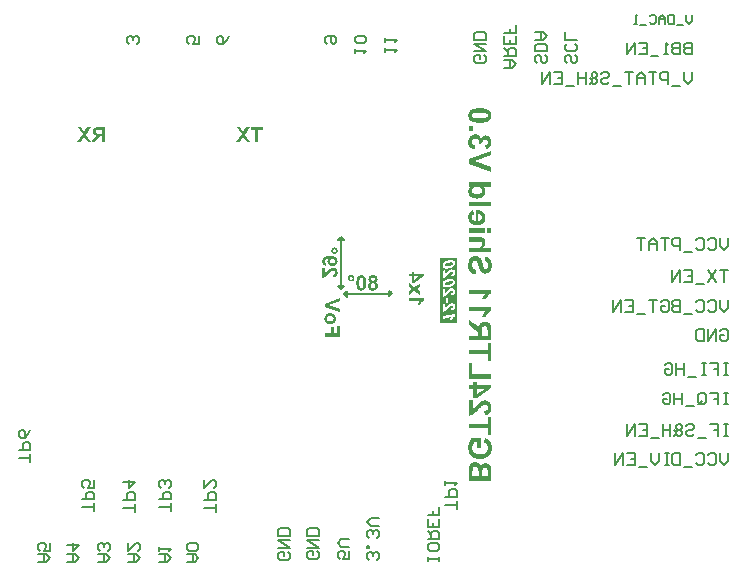
<source format=gbo>
G04*
G04 #@! TF.GenerationSoftware,Altium Limited,Altium Designer,20.1.11 (218)*
G04*
G04 Layer_Color=37055*
%FSLAX25Y25*%
%MOIN*%
G70*
G04*
G04 #@! TF.SameCoordinates,FBA81C19-FCCB-422B-9B6C-78DF9D3B5762*
G04*
G04*
G04 #@! TF.FilePolarity,Positive*
G04*
G01*
G75*
%ADD13C,0.00787*%
%ADD65C,0.00591*%
G36*
X25120Y159317D02*
X26865Y156693D01*
X25645D01*
X24523Y158405D01*
X23401Y156693D01*
X22181D01*
X23919Y159323D01*
X22338Y161738D01*
X23519D01*
X24516Y160229D01*
X25513Y161738D01*
X26701D01*
X25120Y159317D01*
D02*
G37*
G36*
X31437Y156693D02*
X30420D01*
Y158799D01*
X30092D01*
X29987Y158792D01*
X29902Y158779D01*
X29830Y158772D01*
X29771Y158759D01*
X29738Y158746D01*
X29712Y158740D01*
X29705D01*
X29646Y158713D01*
X29587Y158681D01*
X29535Y158648D01*
X29489Y158615D01*
X29449Y158582D01*
X29423Y158556D01*
X29403Y158536D01*
X29397Y158530D01*
X29364Y158497D01*
X29331Y158458D01*
X29292Y158405D01*
X29253Y158353D01*
X29161Y158228D01*
X29076Y158103D01*
X28990Y157985D01*
X28957Y157933D01*
X28925Y157880D01*
X28898Y157841D01*
X28879Y157815D01*
X28866Y157795D01*
X28859Y157788D01*
X28124Y156693D01*
X26904D01*
X27521Y157677D01*
X27586Y157782D01*
X27652Y157880D01*
X27711Y157972D01*
X27764Y158051D01*
X27816Y158123D01*
X27868Y158189D01*
X27908Y158248D01*
X27947Y158300D01*
X27986Y158346D01*
X28019Y158385D01*
X28065Y158444D01*
X28091Y158477D01*
X28105Y158490D01*
X28190Y158576D01*
X28275Y158654D01*
X28367Y158727D01*
X28452Y158792D01*
X28531Y158845D01*
X28590Y158884D01*
X28636Y158910D01*
X28642Y158917D01*
X28649D01*
X28524Y158936D01*
X28413Y158963D01*
X28308Y158995D01*
X28210Y159028D01*
X28118Y159068D01*
X28039Y159107D01*
X27960Y159146D01*
X27895Y159186D01*
X27836Y159225D01*
X27783Y159264D01*
X27744Y159297D01*
X27711Y159323D01*
X27678Y159350D01*
X27659Y159369D01*
X27652Y159376D01*
X27645Y159382D01*
X27586Y159455D01*
X27534Y159527D01*
X27488Y159606D01*
X27449Y159684D01*
X27390Y159842D01*
X27350Y159993D01*
X27337Y160058D01*
X27330Y160124D01*
X27324Y160176D01*
X27317Y160229D01*
X27311Y160268D01*
Y160294D01*
Y160314D01*
Y160321D01*
X27317Y160485D01*
X27344Y160635D01*
X27383Y160767D01*
X27422Y160885D01*
X27462Y160983D01*
X27481Y161022D01*
X27501Y161055D01*
X27514Y161082D01*
X27527Y161101D01*
X27534Y161108D01*
Y161114D01*
X27626Y161232D01*
X27718Y161337D01*
X27816Y161423D01*
X27914Y161488D01*
X27993Y161541D01*
X28065Y161574D01*
X28091Y161587D01*
X28105Y161593D01*
X28118Y161600D01*
X28124D01*
X28196Y161626D01*
X28275Y161646D01*
X28367Y161665D01*
X28459Y161679D01*
X28656Y161705D01*
X28846Y161718D01*
X28938Y161724D01*
X29023Y161731D01*
X29102D01*
X29167Y161738D01*
X31437D01*
Y156693D01*
D02*
G37*
G36*
X78105Y159317D02*
X79850Y156693D01*
X78630D01*
X77508Y158405D01*
X76386Y156693D01*
X75166D01*
X76905Y159323D01*
X75324Y161738D01*
X76505D01*
X77502Y160229D01*
X78499Y161738D01*
X79686D01*
X78105Y159317D01*
D02*
G37*
G36*
X83996Y160885D02*
X82500D01*
Y156693D01*
X81484D01*
Y160885D01*
X79994D01*
Y161738D01*
X83996D01*
Y160885D01*
D02*
G37*
G36*
X156721Y168128D02*
X157076Y168108D01*
X157410Y168069D01*
X157715Y168019D01*
X158001Y167970D01*
X158256Y167901D01*
X158483Y167842D01*
X158680Y167773D01*
X158857Y167704D01*
X159004Y167636D01*
X159132Y167567D01*
X159240Y167517D01*
X159319Y167468D01*
X159378Y167429D01*
X159408Y167409D01*
X159418Y167399D01*
X159555Y167281D01*
X159674Y167144D01*
X159782Y167006D01*
X159870Y166868D01*
X159949Y166730D01*
X160018Y166583D01*
X160067Y166445D01*
X160106Y166307D01*
X160136Y166179D01*
X160166Y166061D01*
X160185Y165953D01*
X160195Y165864D01*
X160205Y165786D01*
Y165677D01*
X160195Y165481D01*
X160175Y165284D01*
X160136Y165107D01*
X160087Y164949D01*
X160028Y164792D01*
X159959Y164654D01*
X159890Y164526D01*
X159821Y164408D01*
X159742Y164310D01*
X159674Y164221D01*
X159605Y164142D01*
X159546Y164074D01*
X159496Y164024D01*
X159457Y163995D01*
X159437Y163975D01*
X159427Y163965D01*
X159240Y163837D01*
X159024Y163719D01*
X158788Y163621D01*
X158542Y163542D01*
X158296Y163463D01*
X158030Y163404D01*
X157774Y163355D01*
X157528Y163316D01*
X157292Y163286D01*
X157066Y163267D01*
X156869Y163247D01*
X156692Y163237D01*
X156544D01*
X156485Y163227D01*
X156436D01*
X156387D01*
X156367D01*
X156348D01*
X156338D01*
X155944Y163237D01*
X155580Y163257D01*
X155245Y163286D01*
X154940Y163336D01*
X154665Y163385D01*
X154419Y163444D01*
X154202Y163503D01*
X154006Y163562D01*
X153838Y163621D01*
X153691Y163690D01*
X153573Y163739D01*
X153474Y163788D01*
X153395Y163837D01*
X153346Y163867D01*
X153317Y163886D01*
X153307Y163896D01*
X153159Y164024D01*
X153032Y164172D01*
X152913Y164310D01*
X152815Y164457D01*
X152736Y164615D01*
X152667Y164762D01*
X152608Y164900D01*
X152569Y165038D01*
X152530Y165176D01*
X152510Y165294D01*
X152490Y165402D01*
X152471Y165490D01*
Y165569D01*
X152461Y165628D01*
Y165677D01*
X152471Y165874D01*
X152490Y166071D01*
X152530Y166248D01*
X152579Y166406D01*
X152638Y166563D01*
X152707Y166701D01*
X152776Y166829D01*
X152845Y166947D01*
X152913Y167045D01*
X152982Y167144D01*
X153051Y167212D01*
X153110Y167281D01*
X153159Y167331D01*
X153199Y167360D01*
X153218Y167380D01*
X153228Y167390D01*
X153415Y167517D01*
X153632Y167636D01*
X153868Y167734D01*
X154114Y167823D01*
X154370Y167891D01*
X154625Y167950D01*
X154881Y168009D01*
X155137Y168049D01*
X155373Y168078D01*
X155600Y168098D01*
X155797Y168118D01*
X155974Y168128D01*
X156121Y168137D01*
X156180D01*
X156229D01*
X156279D01*
X156308D01*
X156318D01*
X156328D01*
X156721Y168128D01*
D02*
G37*
G36*
X154045Y160610D02*
X152599D01*
Y162056D01*
X154045D01*
Y160610D01*
D02*
G37*
G36*
X155108Y159380D02*
X155334Y159341D01*
X155531Y159272D01*
X155708Y159203D01*
X155846Y159134D01*
X155944Y159065D01*
X155983Y159045D01*
X156013Y159026D01*
X156023Y159006D01*
X156033D01*
X156200Y158849D01*
X156338Y158681D01*
X156446Y158514D01*
X156525Y158347D01*
X156594Y158199D01*
X156613Y158140D01*
X156633Y158081D01*
X156643Y158032D01*
X156653Y158002D01*
X156662Y157983D01*
Y157973D01*
X156781Y158169D01*
X156899Y158337D01*
X157027Y158475D01*
X157164Y158602D01*
X157292Y158711D01*
X157430Y158799D01*
X157558Y158868D01*
X157686Y158927D01*
X157804Y158976D01*
X157912Y159006D01*
X158010Y159035D01*
X158089Y159045D01*
X158158Y159055D01*
X158217Y159065D01*
X158247D01*
X158256D01*
X158384Y159055D01*
X158512Y159045D01*
X158748Y158976D01*
X158965Y158898D01*
X159152Y158799D01*
X159300Y158691D01*
X159368Y158652D01*
X159418Y158612D01*
X159457Y158573D01*
X159486Y158543D01*
X159506Y158534D01*
X159516Y158524D01*
X159634Y158396D01*
X159742Y158268D01*
X159831Y158130D01*
X159920Y157983D01*
X159978Y157845D01*
X160038Y157697D01*
X160087Y157559D01*
X160116Y157431D01*
X160146Y157304D01*
X160166Y157185D01*
X160185Y157077D01*
X160195Y156989D01*
X160205Y156920D01*
Y156812D01*
X160195Y156585D01*
X160166Y156369D01*
X160126Y156182D01*
X160087Y156015D01*
X160047Y155877D01*
X160008Y155769D01*
X159988Y155729D01*
X159978Y155700D01*
X159969Y155690D01*
Y155680D01*
X159870Y155503D01*
X159772Y155345D01*
X159664Y155208D01*
X159555Y155099D01*
X159467Y155011D01*
X159388Y154942D01*
X159339Y154903D01*
X159319Y154893D01*
X159152Y154794D01*
X158975Y154716D01*
X158788Y154637D01*
X158611Y154588D01*
X158453Y154539D01*
X158394Y154519D01*
X158335Y154509D01*
X158286Y154499D01*
X158247Y154489D01*
X158227Y154480D01*
X158217D01*
X157991Y155818D01*
X158168Y155847D01*
X158316Y155887D01*
X158443Y155936D01*
X158552Y155995D01*
X158630Y156044D01*
X158689Y156093D01*
X158729Y156123D01*
X158739Y156133D01*
X158827Y156241D01*
X158896Y156349D01*
X158935Y156448D01*
X158975Y156556D01*
X158994Y156644D01*
X159004Y156713D01*
Y156772D01*
X158994Y156910D01*
X158965Y157028D01*
X158926Y157126D01*
X158886Y157215D01*
X158847Y157284D01*
X158808Y157333D01*
X158778Y157363D01*
X158768Y157372D01*
X158680Y157451D01*
X158581Y157510D01*
X158473Y157550D01*
X158375Y157579D01*
X158296Y157599D01*
X158217Y157609D01*
X158178D01*
X158158D01*
X158001Y157599D01*
X157853Y157559D01*
X157725Y157510D01*
X157627Y157451D01*
X157538Y157392D01*
X157479Y157343D01*
X157440Y157304D01*
X157430Y157294D01*
X157341Y157166D01*
X157282Y157028D01*
X157233Y156880D01*
X157204Y156733D01*
X157194Y156605D01*
X157184Y156497D01*
Y156398D01*
X156003Y156241D01*
X156043Y156379D01*
X156072Y156507D01*
X156092Y156615D01*
X156111Y156713D01*
Y156792D01*
X156121Y156851D01*
Y156900D01*
X156111Y157058D01*
X156072Y157195D01*
X156023Y157313D01*
X155964Y157422D01*
X155895Y157500D01*
X155846Y157569D01*
X155806Y157609D01*
X155797Y157618D01*
X155669Y157717D01*
X155521Y157786D01*
X155373Y157845D01*
X155236Y157874D01*
X155108Y157894D01*
X155009Y157914D01*
X154970D01*
X154950D01*
X154931D01*
X154921D01*
X154714Y157904D01*
X154527Y157864D01*
X154370Y157815D01*
X154242Y157756D01*
X154133Y157697D01*
X154055Y157648D01*
X154016Y157609D01*
X153996Y157599D01*
X153887Y157481D01*
X153799Y157353D01*
X153740Y157225D01*
X153701Y157107D01*
X153681Y157008D01*
X153671Y156930D01*
X153661Y156871D01*
Y156851D01*
X153671Y156703D01*
X153701Y156556D01*
X153750Y156438D01*
X153799Y156329D01*
X153848Y156251D01*
X153897Y156182D01*
X153927Y156142D01*
X153937Y156133D01*
X154055Y156034D01*
X154183Y155956D01*
X154321Y155887D01*
X154458Y155847D01*
X154576Y155818D01*
X154675Y155788D01*
X154714D01*
X154744Y155778D01*
X154753D01*
X154763D01*
X154586Y154371D01*
X154409Y154401D01*
X154242Y154440D01*
X154094Y154480D01*
X153947Y154539D01*
X153809Y154598D01*
X153681Y154666D01*
X153563Y154735D01*
X153455Y154804D01*
X153366Y154863D01*
X153278Y154932D01*
X153209Y154991D01*
X153149Y155040D01*
X153100Y155090D01*
X153071Y155119D01*
X153051Y155139D01*
X153041Y155149D01*
X152943Y155277D01*
X152854Y155414D01*
X152776Y155562D01*
X152707Y155700D01*
X152648Y155847D01*
X152599Y155985D01*
X152530Y156251D01*
X152510Y156379D01*
X152490Y156487D01*
X152480Y156595D01*
X152471Y156684D01*
X152461Y156753D01*
Y156851D01*
X152471Y157048D01*
X152490Y157245D01*
X152530Y157422D01*
X152569Y157599D01*
X152618Y157756D01*
X152677Y157904D01*
X152746Y158042D01*
X152815Y158169D01*
X152874Y158288D01*
X152943Y158386D01*
X153002Y158465D01*
X153051Y158543D01*
X153091Y158593D01*
X153130Y158642D01*
X153149Y158661D01*
X153159Y158671D01*
X153297Y158799D01*
X153435Y158907D01*
X153573Y159006D01*
X153720Y159095D01*
X153868Y159163D01*
X154006Y159222D01*
X154143Y159272D01*
X154271Y159311D01*
X154399Y159341D01*
X154508Y159360D01*
X154606Y159380D01*
X154694Y159390D01*
X154763Y159399D01*
X154822D01*
X154852D01*
X154862D01*
X155108Y159380D01*
D02*
G37*
G36*
X160166Y152354D02*
X154567Y150494D01*
X160166Y148585D01*
Y146932D01*
X152599Y149628D01*
Y151262D01*
X160166Y153978D01*
Y152354D01*
D02*
G37*
G36*
Y141884D02*
X157440D01*
X157578Y141756D01*
X157696Y141619D01*
X157794Y141481D01*
X157883Y141353D01*
X157961Y141215D01*
X158020Y141077D01*
X158070Y140949D01*
X158109Y140831D01*
X158138Y140723D01*
X158168Y140615D01*
X158188Y140526D01*
X158197Y140448D01*
X158207Y140379D01*
Y140290D01*
X158197Y140103D01*
X158178Y139926D01*
X158138Y139769D01*
X158089Y139611D01*
X158040Y139464D01*
X157981Y139326D01*
X157912Y139198D01*
X157843Y139080D01*
X157774Y138981D01*
X157705Y138893D01*
X157646Y138814D01*
X157597Y138745D01*
X157548Y138696D01*
X157509Y138657D01*
X157489Y138637D01*
X157479Y138627D01*
X157332Y138509D01*
X157184Y138411D01*
X157017Y138322D01*
X156840Y138253D01*
X156662Y138184D01*
X156485Y138135D01*
X156141Y138057D01*
X155983Y138037D01*
X155836Y138017D01*
X155698Y137997D01*
X155580Y137988D01*
X155491Y137978D01*
X155413D01*
X155373D01*
X155354D01*
X155108Y137988D01*
X154871Y138007D01*
X154645Y138037D01*
X154448Y138086D01*
X154252Y138135D01*
X154084Y138194D01*
X153917Y138253D01*
X153779Y138312D01*
X153651Y138371D01*
X153543Y138440D01*
X153445Y138489D01*
X153366Y138539D01*
X153307Y138588D01*
X153268Y138617D01*
X153238Y138637D01*
X153228Y138647D01*
X153091Y138775D01*
X152982Y138913D01*
X152874Y139041D01*
X152795Y139178D01*
X152717Y139316D01*
X152657Y139454D01*
X152608Y139582D01*
X152569Y139710D01*
X152530Y139818D01*
X152510Y139926D01*
X152490Y140024D01*
X152480Y140103D01*
Y140172D01*
X152471Y140221D01*
Y140261D01*
X152480Y140438D01*
X152510Y140605D01*
X152540Y140762D01*
X152589Y140900D01*
X152628Y141018D01*
X152657Y141107D01*
X152687Y141166D01*
X152697Y141186D01*
X152795Y141353D01*
X152903Y141500D01*
X153022Y141638D01*
X153140Y141756D01*
X153238Y141855D01*
X153317Y141924D01*
X153376Y141963D01*
X153386Y141983D01*
X152599D01*
Y143331D01*
X160166D01*
Y141884D01*
D02*
G37*
G36*
Y135370D02*
X152599D01*
Y136817D01*
X160166D01*
Y135370D01*
D02*
G37*
G36*
X155501Y134170D02*
X155767Y134140D01*
X156013Y134101D01*
X156229Y134042D01*
X156436Y133993D01*
X156613Y133924D01*
X156781Y133865D01*
X156928Y133796D01*
X157046Y133737D01*
X157154Y133678D01*
X157243Y133619D01*
X157302Y133579D01*
X157351Y133540D01*
X157381Y133520D01*
X157391Y133510D01*
X157538Y133373D01*
X157656Y133225D01*
X157774Y133068D01*
X157863Y132910D01*
X157942Y132753D01*
X158010Y132586D01*
X158060Y132428D01*
X158109Y132281D01*
X158138Y132133D01*
X158168Y132005D01*
X158178Y131887D01*
X158197Y131789D01*
Y131700D01*
X158207Y131641D01*
Y131582D01*
X158197Y131385D01*
X158178Y131188D01*
X158138Y131011D01*
X158089Y130844D01*
X158030Y130676D01*
X157961Y130529D01*
X157892Y130401D01*
X157824Y130273D01*
X157745Y130165D01*
X157676Y130067D01*
X157607Y129978D01*
X157548Y129909D01*
X157499Y129850D01*
X157459Y129811D01*
X157440Y129791D01*
X157430Y129781D01*
X157282Y129653D01*
X157115Y129545D01*
X156948Y129456D01*
X156771Y129368D01*
X156594Y129299D01*
X156416Y129250D01*
X156239Y129200D01*
X156072Y129161D01*
X155915Y129132D01*
X155767Y129112D01*
X155629Y129092D01*
X155521Y129083D01*
X155423D01*
X155354Y129073D01*
X155314D01*
X155295D01*
X155088Y129083D01*
X154881Y129092D01*
X154694Y129122D01*
X154517Y129161D01*
X154350Y129200D01*
X154193Y129240D01*
X154055Y129289D01*
X153927Y129348D01*
X153809Y129397D01*
X153701Y129446D01*
X153612Y129486D01*
X153543Y129525D01*
X153484Y129565D01*
X153445Y129594D01*
X153415Y129604D01*
X153405Y129614D01*
X153238Y129752D01*
X153100Y129899D01*
X152972Y130057D01*
X152864Y130234D01*
X152776Y130401D01*
X152697Y130578D01*
X152638Y130755D01*
X152589Y130922D01*
X152549Y131080D01*
X152520Y131237D01*
X152500Y131365D01*
X152490Y131483D01*
X152480Y131582D01*
X152471Y131660D01*
Y131720D01*
X152490Y132044D01*
X152540Y132340D01*
X152599Y132595D01*
X152638Y132704D01*
X152677Y132812D01*
X152717Y132910D01*
X152756Y132989D01*
X152786Y133058D01*
X152815Y133117D01*
X152845Y133166D01*
X152864Y133196D01*
X152884Y133215D01*
Y133225D01*
X153051Y133432D01*
X153248Y133619D01*
X153445Y133766D01*
X153641Y133894D01*
X153819Y133993D01*
X153897Y134022D01*
X153966Y134062D01*
X154016Y134081D01*
X154055Y134101D01*
X154084Y134111D01*
X154094D01*
X154340Y132664D01*
X154193Y132615D01*
X154065Y132556D01*
X153966Y132497D01*
X153878Y132438D01*
X153809Y132379D01*
X153770Y132340D01*
X153740Y132310D01*
X153730Y132300D01*
X153671Y132212D01*
X153632Y132113D01*
X153592Y132025D01*
X153573Y131936D01*
X153563Y131857D01*
X153553Y131798D01*
Y131739D01*
X153573Y131562D01*
X153612Y131395D01*
X153661Y131257D01*
X153730Y131129D01*
X153799Y131031D01*
X153848Y130962D01*
X153887Y130922D01*
X153907Y130903D01*
X154055Y130795D01*
X154222Y130706D01*
X154389Y130647D01*
X154547Y130608D01*
X154694Y130578D01*
X154813Y130568D01*
X154862Y130559D01*
X154891D01*
X154911D01*
X154921D01*
Y134189D01*
X155226D01*
X155501Y134170D01*
D02*
G37*
G36*
X160166Y126563D02*
X158827D01*
Y128010D01*
X160166D01*
Y126563D01*
D02*
G37*
G36*
X158079D02*
X152599D01*
Y128010D01*
X158079D01*
Y126563D01*
D02*
G37*
G36*
X156289Y125087D02*
X156485Y125078D01*
X156633Y125058D01*
X156751Y125048D01*
X156830Y125028D01*
X156879Y125019D01*
X156899D01*
X157027Y124979D01*
X157145Y124940D01*
X157253Y124891D01*
X157351Y124851D01*
X157430Y124802D01*
X157489Y124763D01*
X157528Y124743D01*
X157538Y124733D01*
X157646Y124654D01*
X157735Y124556D01*
X157824Y124458D01*
X157892Y124359D01*
X157942Y124271D01*
X157991Y124202D01*
X158010Y124153D01*
X158020Y124133D01*
X158079Y123976D01*
X158129Y123818D01*
X158158Y123670D01*
X158188Y123533D01*
X158197Y123405D01*
X158207Y123316D01*
Y123228D01*
X158197Y123050D01*
X158168Y122873D01*
X158129Y122716D01*
X158079Y122558D01*
X158020Y122411D01*
X157942Y122273D01*
X157873Y122145D01*
X157794Y122027D01*
X157715Y121919D01*
X157646Y121830D01*
X157578Y121752D01*
X157509Y121683D01*
X157459Y121624D01*
X157420Y121584D01*
X157391Y121565D01*
X157381Y121555D01*
X160166D01*
Y120108D01*
X152599D01*
Y121555D01*
X155344D01*
X155590Y121565D01*
X155797Y121574D01*
X155974Y121594D01*
X156121Y121624D01*
X156239Y121643D01*
X156318Y121663D01*
X156367Y121673D01*
X156387Y121683D01*
X156515Y121742D01*
X156623Y121801D01*
X156712Y121870D01*
X156790Y121939D01*
X156840Y121998D01*
X156889Y122047D01*
X156908Y122086D01*
X156918Y122096D01*
X156977Y122204D01*
X157017Y122322D01*
X157056Y122431D01*
X157076Y122529D01*
X157086Y122618D01*
X157095Y122687D01*
Y122746D01*
X157086Y122854D01*
X157076Y122962D01*
X157056Y123050D01*
X157027Y123129D01*
X156997Y123188D01*
X156977Y123228D01*
X156967Y123257D01*
X156958Y123267D01*
X156899Y123346D01*
X156840Y123405D01*
X156781Y123454D01*
X156721Y123493D01*
X156662Y123523D01*
X156623Y123542D01*
X156594Y123562D01*
X156584D01*
X156535Y123582D01*
X156466Y123592D01*
X156397Y123602D01*
X156318Y123611D01*
X156131Y123631D01*
X155954Y123641D01*
X155777Y123651D01*
X155698D01*
X155629D01*
X155570D01*
X155531D01*
X155501D01*
X155491D01*
X152599D01*
Y125097D01*
X155806D01*
X156072D01*
X156289Y125087D01*
D02*
G37*
G36*
X155059Y118819D02*
X155295Y118780D01*
X155501Y118731D01*
X155669Y118682D01*
X155816Y118623D01*
X155865Y118593D01*
X155915Y118573D01*
X155954Y118554D01*
X155983Y118534D01*
X155993Y118524D01*
X156003D01*
X156180Y118396D01*
X156328Y118268D01*
X156466Y118131D01*
X156574Y117993D01*
X156662Y117875D01*
X156731Y117776D01*
X156751Y117737D01*
X156771Y117707D01*
X156781Y117698D01*
Y117688D01*
X156830Y117579D01*
X156889Y117461D01*
X156987Y117206D01*
X157076Y116930D01*
X157164Y116664D01*
X157204Y116546D01*
X157233Y116428D01*
X157263Y116320D01*
X157282Y116231D01*
X157302Y116153D01*
X157322Y116094D01*
X157332Y116054D01*
Y116044D01*
X157381Y115848D01*
X157430Y115661D01*
X157479Y115503D01*
X157518Y115356D01*
X157568Y115228D01*
X157607Y115110D01*
X157646Y115011D01*
X157686Y114933D01*
X157715Y114854D01*
X157745Y114795D01*
X157774Y114746D01*
X157794Y114706D01*
X157814Y114677D01*
X157824Y114657D01*
X157833Y114647D01*
X157912Y114568D01*
X157991Y114519D01*
X158070Y114480D01*
X158138Y114450D01*
X158197Y114431D01*
X158256Y114421D01*
X158286D01*
X158296D01*
X158404Y114431D01*
X158493Y114460D01*
X158571Y114500D01*
X158640Y114539D01*
X158699Y114578D01*
X158739Y114618D01*
X158758Y114647D01*
X158768Y114657D01*
X158857Y114805D01*
X158926Y114982D01*
X158975Y115149D01*
X159014Y115316D01*
X159034Y115474D01*
Y115533D01*
X159044Y115592D01*
Y115700D01*
X159034Y115926D01*
X159004Y116123D01*
X158965Y116290D01*
X158916Y116418D01*
X158867Y116527D01*
X158827Y116605D01*
X158798Y116645D01*
X158788Y116664D01*
X158680Y116773D01*
X158552Y116871D01*
X158414Y116940D01*
X158276Y116999D01*
X158148Y117038D01*
X158050Y117068D01*
X158010Y117078D01*
X157981Y117087D01*
X157961D01*
X157951D01*
X158010Y118613D01*
X158197Y118603D01*
X158384Y118573D01*
X158552Y118524D01*
X158709Y118475D01*
X158857Y118416D01*
X158994Y118357D01*
X159122Y118288D01*
X159231Y118219D01*
X159339Y118150D01*
X159427Y118081D01*
X159496Y118022D01*
X159565Y117973D01*
X159614Y117924D01*
X159644Y117885D01*
X159664Y117865D01*
X159674Y117855D01*
X159782Y117717D01*
X159880Y117560D01*
X159969Y117393D01*
X160038Y117215D01*
X160097Y117038D01*
X160146Y116861D01*
X160224Y116517D01*
X160254Y116349D01*
X160274Y116202D01*
X160284Y116064D01*
X160293Y115946D01*
X160303Y115848D01*
Y115710D01*
X160293Y115395D01*
X160264Y115110D01*
X160215Y114864D01*
X160195Y114746D01*
X160175Y114647D01*
X160146Y114549D01*
X160126Y114470D01*
X160097Y114391D01*
X160077Y114332D01*
X160067Y114283D01*
X160047Y114254D01*
X160038Y114234D01*
Y114224D01*
X159929Y114008D01*
X159801Y113821D01*
X159674Y113663D01*
X159546Y113525D01*
X159437Y113427D01*
X159349Y113348D01*
X159280Y113309D01*
X159270Y113289D01*
X159260D01*
X159073Y113181D01*
X158876Y113102D01*
X158699Y113043D01*
X158532Y113004D01*
X158394Y112984D01*
X158286Y112974D01*
X158247Y112964D01*
X158217D01*
X158197D01*
X158188D01*
X158020Y112974D01*
X157863Y112994D01*
X157705Y113024D01*
X157568Y113073D01*
X157302Y113181D01*
X157184Y113250D01*
X157086Y113309D01*
X156987Y113378D01*
X156899Y113437D01*
X156830Y113496D01*
X156761Y113545D01*
X156721Y113594D01*
X156682Y113624D01*
X156662Y113644D01*
X156653Y113653D01*
X156574Y113752D01*
X156495Y113870D01*
X156416Y113998D01*
X156348Y114126D01*
X156220Y114411D01*
X156111Y114696D01*
X156062Y114834D01*
X156023Y114962D01*
X155993Y115080D01*
X155964Y115179D01*
X155934Y115257D01*
X155915Y115326D01*
X155905Y115366D01*
Y115375D01*
X155865Y115543D01*
X155826Y115700D01*
X155787Y115838D01*
X155757Y115966D01*
X155728Y116084D01*
X155698Y116182D01*
X155669Y116271D01*
X155649Y116340D01*
X155629Y116409D01*
X155610Y116458D01*
X155600Y116507D01*
X155590Y116536D01*
X155580Y116586D01*
X155570Y116595D01*
X155521Y116733D01*
X155462Y116851D01*
X155403Y116940D01*
X155354Y117019D01*
X155314Y117078D01*
X155275Y117117D01*
X155255Y117137D01*
X155245Y117147D01*
X155177Y117196D01*
X155098Y117235D01*
X155019Y117265D01*
X154940Y117284D01*
X154881Y117294D01*
X154832Y117304D01*
X154793D01*
X154783D01*
X154635Y117284D01*
X154498Y117245D01*
X154370Y117186D01*
X154262Y117117D01*
X154173Y117038D01*
X154114Y116979D01*
X154065Y116940D01*
X154055Y116920D01*
X153956Y116763D01*
X153878Y116586D01*
X153829Y116409D01*
X153789Y116222D01*
X153770Y116064D01*
X153760Y115995D01*
Y115926D01*
X153750Y115877D01*
Y115808D01*
X153770Y115562D01*
X153809Y115346D01*
X153858Y115159D01*
X153927Y115001D01*
X153986Y114874D01*
X154045Y114785D01*
X154084Y114726D01*
X154094Y114706D01*
X154242Y114568D01*
X154419Y114450D01*
X154596Y114352D01*
X154783Y114283D01*
X154940Y114224D01*
X155009Y114204D01*
X155078Y114195D01*
X155127Y114185D01*
X155167Y114175D01*
X155186Y114165D01*
X155196D01*
X155049Y112679D01*
X154822Y112718D01*
X154606Y112758D01*
X154399Y112817D01*
X154212Y112886D01*
X154035Y112955D01*
X153878Y113033D01*
X153740Y113112D01*
X153612Y113191D01*
X153494Y113270D01*
X153395Y113348D01*
X153317Y113407D01*
X153248Y113476D01*
X153189Y113525D01*
X153149Y113565D01*
X153130Y113584D01*
X153120Y113594D01*
X153002Y113742D01*
X152903Y113909D01*
X152815Y114086D01*
X152736Y114263D01*
X152677Y114450D01*
X152618Y114628D01*
X152540Y114982D01*
X152520Y115149D01*
X152500Y115306D01*
X152480Y115444D01*
X152471Y115562D01*
X152461Y115661D01*
Y115798D01*
X152471Y116153D01*
X152500Y116468D01*
X152530Y116615D01*
X152549Y116753D01*
X152569Y116871D01*
X152599Y116989D01*
X152628Y117087D01*
X152648Y117186D01*
X152677Y117255D01*
X152697Y117324D01*
X152707Y117373D01*
X152726Y117412D01*
X152736Y117432D01*
Y117442D01*
X152854Y117678D01*
X152982Y117885D01*
X153120Y118052D01*
X153258Y118199D01*
X153386Y118317D01*
X153484Y118396D01*
X153524Y118426D01*
X153553Y118445D01*
X153563Y118465D01*
X153573D01*
X153789Y118583D01*
X154006Y118672D01*
X154212Y118741D01*
X154399Y118780D01*
X154567Y118809D01*
X154635Y118819D01*
X154694D01*
X154734Y118829D01*
X154773D01*
X154793D01*
X154803D01*
X155059Y118819D01*
D02*
G37*
G36*
X160205Y106470D02*
X160077Y106421D01*
X159949Y106362D01*
X159723Y106224D01*
X159516Y106077D01*
X159329Y105919D01*
X159191Y105781D01*
X159122Y105722D01*
X159073Y105663D01*
X159034Y105614D01*
X159004Y105585D01*
X158994Y105565D01*
X158985Y105555D01*
X158808Y105309D01*
X158660Y105083D01*
X158532Y104876D01*
X158443Y104699D01*
X158375Y104551D01*
X158345Y104482D01*
X158325Y104433D01*
X158306Y104394D01*
X158296Y104364D01*
X158286Y104345D01*
Y104335D01*
X156967D01*
X157115Y104719D01*
X157292Y105083D01*
X157381Y105240D01*
X157469Y105398D01*
X157558Y105545D01*
X157646Y105673D01*
X157735Y105791D01*
X157804Y105899D01*
X157883Y105988D01*
X157942Y106067D01*
X157991Y106126D01*
X158030Y106165D01*
X158050Y106195D01*
X158060Y106204D01*
X152599D01*
Y107651D01*
X160205D01*
Y106470D01*
D02*
G37*
G36*
Y100596D02*
X160077Y100547D01*
X159949Y100487D01*
X159723Y100350D01*
X159516Y100202D01*
X159329Y100045D01*
X159191Y99907D01*
X159122Y99848D01*
X159073Y99789D01*
X159034Y99740D01*
X159004Y99710D01*
X158994Y99690D01*
X158985Y99681D01*
X158808Y99435D01*
X158660Y99208D01*
X158532Y99002D01*
X158443Y98825D01*
X158375Y98677D01*
X158345Y98608D01*
X158325Y98559D01*
X158306Y98519D01*
X158296Y98490D01*
X158286Y98470D01*
Y98460D01*
X156967D01*
X157115Y98844D01*
X157292Y99208D01*
X157381Y99366D01*
X157469Y99523D01*
X157558Y99671D01*
X157646Y99799D01*
X157735Y99917D01*
X157804Y100025D01*
X157883Y100113D01*
X157942Y100192D01*
X157991Y100251D01*
X158030Y100291D01*
X158050Y100320D01*
X158060Y100330D01*
X152599D01*
Y101777D01*
X160205D01*
Y100596D01*
D02*
G37*
G36*
X154075Y96640D02*
X154232Y96542D01*
X154379Y96443D01*
X154517Y96355D01*
X154635Y96276D01*
X154744Y96197D01*
X154842Y96118D01*
X154931Y96059D01*
X155009Y96000D01*
X155078Y95941D01*
X155137Y95892D01*
X155226Y95823D01*
X155275Y95784D01*
X155295Y95764D01*
X155423Y95636D01*
X155541Y95508D01*
X155649Y95371D01*
X155747Y95243D01*
X155826Y95125D01*
X155885Y95036D01*
X155924Y94967D01*
X155934Y94957D01*
Y94947D01*
X155964Y95135D01*
X156003Y95302D01*
X156052Y95459D01*
X156102Y95607D01*
X156161Y95745D01*
X156220Y95863D01*
X156279Y95981D01*
X156338Y96079D01*
X156397Y96168D01*
X156456Y96246D01*
X156505Y96305D01*
X156544Y96355D01*
X156584Y96404D01*
X156613Y96433D01*
X156623Y96443D01*
X156633Y96453D01*
X156741Y96542D01*
X156849Y96620D01*
X156967Y96689D01*
X157086Y96748D01*
X157322Y96837D01*
X157548Y96896D01*
X157646Y96916D01*
X157745Y96925D01*
X157824Y96935D01*
X157902Y96945D01*
X157961Y96955D01*
X158001D01*
X158030D01*
X158040D01*
X158286Y96945D01*
X158512Y96906D01*
X158709Y96847D01*
X158886Y96788D01*
X159034Y96728D01*
X159093Y96699D01*
X159142Y96670D01*
X159181Y96650D01*
X159211Y96630D01*
X159221Y96620D01*
X159231D01*
X159408Y96482D01*
X159565Y96345D01*
X159693Y96197D01*
X159792Y96050D01*
X159870Y95932D01*
X159920Y95823D01*
X159939Y95784D01*
X159949Y95764D01*
X159959Y95745D01*
Y95735D01*
X159998Y95626D01*
X160028Y95508D01*
X160057Y95371D01*
X160077Y95233D01*
X160116Y94938D01*
X160136Y94652D01*
X160146Y94515D01*
X160156Y94387D01*
Y94269D01*
X160166Y94170D01*
Y90766D01*
X152599D01*
Y92291D01*
X155757D01*
Y92783D01*
X155747Y92940D01*
X155728Y93068D01*
X155718Y93176D01*
X155698Y93265D01*
X155678Y93314D01*
X155669Y93353D01*
Y93363D01*
X155629Y93452D01*
X155580Y93540D01*
X155531Y93619D01*
X155482Y93688D01*
X155432Y93747D01*
X155393Y93786D01*
X155364Y93816D01*
X155354Y93826D01*
X155305Y93875D01*
X155245Y93924D01*
X155167Y93983D01*
X155088Y94042D01*
X154901Y94180D01*
X154714Y94308D01*
X154537Y94436D01*
X154458Y94485D01*
X154379Y94534D01*
X154321Y94574D01*
X154281Y94603D01*
X154252Y94623D01*
X154242Y94633D01*
X152599Y95735D01*
Y97565D01*
X154075Y96640D01*
D02*
G37*
G36*
X160166Y83769D02*
X158886D01*
Y86013D01*
X152599D01*
Y87538D01*
X158886D01*
Y89772D01*
X160166D01*
Y83769D01*
D02*
G37*
G36*
X153878Y79410D02*
X160106D01*
Y77885D01*
X152599D01*
Y83208D01*
X153878D01*
Y79410D01*
D02*
G37*
G36*
X155393Y75897D02*
X160195D01*
Y74667D01*
X155383Y71400D01*
X154124D01*
Y74490D01*
X152599D01*
Y75897D01*
X154124D01*
Y76832D01*
X155393D01*
Y75897D01*
D02*
G37*
G36*
X158256Y70662D02*
X158414Y70643D01*
X158562Y70613D01*
X158709Y70574D01*
X158965Y70466D01*
X159073Y70416D01*
X159181Y70357D01*
X159280Y70288D01*
X159359Y70239D01*
X159427Y70180D01*
X159486Y70131D01*
X159536Y70092D01*
X159565Y70062D01*
X159585Y70043D01*
X159595Y70033D01*
X159703Y69905D01*
X159792Y69777D01*
X159880Y69629D01*
X159949Y69491D01*
X160008Y69344D01*
X160057Y69196D01*
X160126Y68911D01*
X160156Y68783D01*
X160175Y68665D01*
X160185Y68547D01*
X160195Y68458D01*
X160205Y68379D01*
Y68271D01*
X160195Y68084D01*
X160185Y67907D01*
X160156Y67730D01*
X160126Y67573D01*
X160087Y67425D01*
X160038Y67287D01*
X159988Y67150D01*
X159949Y67041D01*
X159900Y66933D01*
X159851Y66835D01*
X159801Y66756D01*
X159762Y66687D01*
X159732Y66638D01*
X159703Y66598D01*
X159693Y66579D01*
X159683Y66569D01*
X159575Y66451D01*
X159457Y66343D01*
X159329Y66244D01*
X159191Y66156D01*
X159054Y66077D01*
X158906Y66018D01*
X158630Y65910D01*
X158493Y65870D01*
X158365Y65841D01*
X158256Y65811D01*
X158158Y65792D01*
X158079Y65782D01*
X158010Y65772D01*
X157971Y65762D01*
X157961D01*
X157824Y67208D01*
X158040Y67238D01*
X158227Y67277D01*
X158384Y67327D01*
X158512Y67376D01*
X158611Y67425D01*
X158680Y67474D01*
X158719Y67504D01*
X158729Y67514D01*
X158817Y67622D01*
X158886Y67740D01*
X158935Y67858D01*
X158975Y67976D01*
X158994Y68075D01*
X159004Y68153D01*
Y68232D01*
X158994Y68399D01*
X158965Y68537D01*
X158916Y68665D01*
X158876Y68763D01*
X158827Y68842D01*
X158778Y68901D01*
X158748Y68940D01*
X158739Y68950D01*
X158630Y69039D01*
X158512Y69108D01*
X158384Y69147D01*
X158266Y69186D01*
X158158Y69206D01*
X158070Y69216D01*
X158010D01*
X158001D01*
X157991D01*
X157824Y69206D01*
X157666Y69167D01*
X157518Y69117D01*
X157381Y69068D01*
X157273Y69009D01*
X157184Y68960D01*
X157125Y68921D01*
X157115Y68911D01*
X157105D01*
X157036Y68862D01*
X156958Y68793D01*
X156869Y68724D01*
X156771Y68635D01*
X156574Y68439D01*
X156367Y68232D01*
X156170Y68035D01*
X156092Y67946D01*
X156013Y67868D01*
X155954Y67799D01*
X155905Y67750D01*
X155875Y67720D01*
X155865Y67710D01*
X155659Y67494D01*
X155462Y67297D01*
X155275Y67110D01*
X155108Y66943D01*
X154940Y66795D01*
X154793Y66667D01*
X154655Y66549D01*
X154527Y66441D01*
X154419Y66352D01*
X154321Y66284D01*
X154242Y66224D01*
X154173Y66175D01*
X154114Y66136D01*
X154075Y66106D01*
X154055Y66097D01*
X154045Y66087D01*
X153789Y65949D01*
X153533Y65841D01*
X153287Y65752D01*
X153061Y65683D01*
X152963Y65664D01*
X152874Y65644D01*
X152795Y65624D01*
X152726Y65614D01*
X152677Y65605D01*
X152628Y65595D01*
X152608D01*
X152599D01*
Y70672D01*
X153947D01*
Y67789D01*
X154084Y67878D01*
X154212Y67976D01*
X154262Y68015D01*
X154301Y68055D01*
X154330Y68075D01*
X154340Y68084D01*
X154379Y68124D01*
X154439Y68173D01*
X154557Y68301D01*
X154694Y68439D01*
X154832Y68586D01*
X154970Y68724D01*
X155078Y68842D01*
X155117Y68891D01*
X155147Y68921D01*
X155167Y68940D01*
X155177Y68950D01*
X155295Y69078D01*
X155403Y69186D01*
X155600Y69393D01*
X155767Y69551D01*
X155905Y69688D01*
X156013Y69787D01*
X156092Y69855D01*
X156131Y69895D01*
X156151Y69905D01*
X156338Y70043D01*
X156515Y70161D01*
X156672Y70259D01*
X156820Y70347D01*
X156938Y70407D01*
X157036Y70446D01*
X157095Y70475D01*
X157105Y70485D01*
X157115D01*
X157292Y70544D01*
X157459Y70594D01*
X157627Y70623D01*
X157774Y70653D01*
X157902Y70662D01*
X158001Y70672D01*
X158040D01*
X158070D01*
X158079D01*
X158089D01*
X158256Y70662D01*
D02*
G37*
G36*
X160166Y59110D02*
X158886D01*
Y61354D01*
X152599D01*
Y62879D01*
X158886D01*
Y65113D01*
X160166D01*
Y59110D01*
D02*
G37*
G36*
X156653Y54938D02*
X155373D01*
Y56690D01*
X154409D01*
X154311Y56552D01*
X154222Y56414D01*
X154153Y56266D01*
X154084Y56138D01*
X154025Y56020D01*
X153986Y55932D01*
X153966Y55873D01*
X153956Y55863D01*
Y55853D01*
X153897Y55676D01*
X153848Y55499D01*
X153819Y55342D01*
X153789Y55194D01*
X153779Y55076D01*
X153770Y54977D01*
Y54899D01*
X153779Y54722D01*
X153799Y54554D01*
X153829Y54397D01*
X153878Y54239D01*
X153927Y54102D01*
X153986Y53974D01*
X154045Y53856D01*
X154104Y53747D01*
X154163Y53649D01*
X154232Y53570D01*
X154281Y53492D01*
X154330Y53433D01*
X154379Y53383D01*
X154409Y53354D01*
X154429Y53334D01*
X154439Y53324D01*
X154576Y53216D01*
X154724Y53127D01*
X154881Y53049D01*
X155039Y52980D01*
X155206Y52931D01*
X155383Y52881D01*
X155708Y52813D01*
X155865Y52783D01*
X156003Y52763D01*
X156131Y52754D01*
X156249Y52744D01*
X156338Y52734D01*
X156407D01*
X156446D01*
X156466D01*
X156692Y52744D01*
X156908Y52763D01*
X157105Y52793D01*
X157292Y52823D01*
X157459Y52872D01*
X157617Y52921D01*
X157755Y52970D01*
X157883Y53029D01*
X157991Y53088D01*
X158089Y53137D01*
X158168Y53187D01*
X158237Y53236D01*
X158286Y53265D01*
X158325Y53295D01*
X158345Y53315D01*
X158355Y53324D01*
X158463Y53442D01*
X158562Y53561D01*
X158650Y53688D01*
X158729Y53826D01*
X158788Y53954D01*
X158837Y54082D01*
X158916Y54338D01*
X158945Y54456D01*
X158965Y54564D01*
X158975Y54663D01*
X158985Y54741D01*
X158994Y54810D01*
Y54909D01*
X158985Y55145D01*
X158945Y55361D01*
X158896Y55548D01*
X158837Y55715D01*
X158768Y55843D01*
X158719Y55932D01*
X158680Y55991D01*
X158670Y56011D01*
X158542Y56168D01*
X158394Y56296D01*
X158247Y56394D01*
X158109Y56483D01*
X157981Y56542D01*
X157883Y56591D01*
X157843Y56601D01*
X157824Y56611D01*
X157804Y56621D01*
X157794D01*
X158079Y58136D01*
X158266Y58087D01*
X158443Y58028D01*
X158611Y57949D01*
X158768Y57880D01*
X158916Y57792D01*
X159044Y57703D01*
X159172Y57614D01*
X159280Y57536D01*
X159378Y57447D01*
X159467Y57368D01*
X159536Y57300D01*
X159595Y57231D01*
X159644Y57182D01*
X159674Y57142D01*
X159693Y57113D01*
X159703Y57103D01*
X159811Y56945D01*
X159900Y56778D01*
X159978Y56611D01*
X160047Y56424D01*
X160106Y56247D01*
X160156Y56060D01*
X160224Y55715D01*
X160254Y55548D01*
X160274Y55391D01*
X160284Y55263D01*
X160293Y55145D01*
X160303Y55046D01*
Y54909D01*
X160284Y54525D01*
X160264Y54338D01*
X160244Y54171D01*
X160215Y54013D01*
X160185Y53856D01*
X160146Y53728D01*
X160116Y53600D01*
X160077Y53482D01*
X160038Y53383D01*
X160008Y53305D01*
X159978Y53226D01*
X159959Y53177D01*
X159939Y53127D01*
X159920Y53108D01*
Y53098D01*
X159821Y52921D01*
X159713Y52763D01*
X159605Y52606D01*
X159486Y52468D01*
X159368Y52340D01*
X159250Y52222D01*
X159142Y52114D01*
X159024Y52016D01*
X158916Y51927D01*
X158817Y51858D01*
X158729Y51799D01*
X158660Y51740D01*
X158591Y51701D01*
X158542Y51671D01*
X158512Y51661D01*
X158502Y51652D01*
X158325Y51563D01*
X158148Y51494D01*
X157971Y51425D01*
X157794Y51366D01*
X157440Y51278D01*
X157273Y51248D01*
X157115Y51218D01*
X156967Y51199D01*
X156830Y51189D01*
X156712Y51179D01*
X156603Y51169D01*
X156525Y51160D01*
X156456D01*
X156416D01*
X156407D01*
X156200Y51169D01*
X156003Y51179D01*
X155629Y51228D01*
X155452Y51258D01*
X155285Y51297D01*
X155127Y51337D01*
X154980Y51386D01*
X154852Y51425D01*
X154734Y51464D01*
X154625Y51504D01*
X154547Y51533D01*
X154478Y51563D01*
X154419Y51583D01*
X154389Y51602D01*
X154379D01*
X154212Y51691D01*
X154055Y51789D01*
X153907Y51888D01*
X153770Y51996D01*
X153641Y52104D01*
X153524Y52212D01*
X153415Y52321D01*
X153317Y52429D01*
X153238Y52527D01*
X153159Y52616D01*
X153100Y52704D01*
X153041Y52773D01*
X153002Y52842D01*
X152972Y52881D01*
X152963Y52911D01*
X152953Y52921D01*
X152864Y53088D01*
X152795Y53265D01*
X152726Y53442D01*
X152667Y53619D01*
X152579Y53964D01*
X152549Y54131D01*
X152520Y54289D01*
X152500Y54436D01*
X152490Y54574D01*
X152480Y54692D01*
X152471Y54800D01*
X152461Y54879D01*
Y54997D01*
X152480Y55342D01*
X152520Y55676D01*
X152569Y55991D01*
X152608Y56138D01*
X152638Y56266D01*
X152667Y56394D01*
X152707Y56503D01*
X152736Y56601D01*
X152756Y56680D01*
X152786Y56749D01*
X152795Y56798D01*
X152815Y56827D01*
Y56837D01*
X152884Y57004D01*
X152953Y57162D01*
X153022Y57310D01*
X153091Y57437D01*
X153159Y57565D01*
X153228Y57683D01*
X153297Y57782D01*
X153356Y57880D01*
X153415Y57959D01*
X153464Y58038D01*
X153514Y58097D01*
X153553Y58146D01*
X153583Y58185D01*
X153612Y58215D01*
X153622Y58225D01*
X153632Y58235D01*
X156653D01*
Y54938D01*
D02*
G37*
G36*
X155019Y50116D02*
X155236Y50077D01*
X155432Y50018D01*
X155600Y49949D01*
X155737Y49880D01*
X155836Y49821D01*
X155875Y49802D01*
X155905Y49782D01*
X155915Y49762D01*
X155924D01*
X156092Y49605D01*
X156239Y49437D01*
X156357Y49260D01*
X156446Y49093D01*
X156525Y48936D01*
X156554Y48867D01*
X156574Y48818D01*
X156594Y48768D01*
X156603Y48729D01*
X156613Y48709D01*
Y48700D01*
X156712Y48877D01*
X156810Y49024D01*
X156928Y49162D01*
X157036Y49270D01*
X157135Y49359D01*
X157213Y49428D01*
X157263Y49467D01*
X157282Y49477D01*
X157450Y49575D01*
X157617Y49644D01*
X157784Y49693D01*
X157932Y49723D01*
X158070Y49752D01*
X158168Y49762D01*
X158207D01*
X158237D01*
X158247D01*
X158256D01*
X158434Y49752D01*
X158601Y49723D01*
X158748Y49683D01*
X158886Y49644D01*
X158994Y49605D01*
X159073Y49565D01*
X159122Y49536D01*
X159142Y49526D01*
X159280Y49437D01*
X159408Y49339D01*
X159516Y49241D01*
X159605Y49152D01*
X159674Y49064D01*
X159732Y49005D01*
X159762Y48965D01*
X159772Y48946D01*
X159851Y48818D01*
X159920Y48680D01*
X159978Y48542D01*
X160018Y48424D01*
X160047Y48316D01*
X160067Y48237D01*
X160087Y48178D01*
Y48158D01*
X160097Y48070D01*
X160116Y47971D01*
X160136Y47765D01*
X160146Y47538D01*
X160156Y47322D01*
X160166Y47125D01*
Y43799D01*
X152599D01*
Y46633D01*
X152608Y46869D01*
Y47273D01*
X152618Y47440D01*
Y47725D01*
X152628Y47834D01*
Y47932D01*
X152638Y48011D01*
Y48129D01*
X152648Y48168D01*
Y48208D01*
X152687Y48424D01*
X152736Y48621D01*
X152786Y48798D01*
X152854Y48946D01*
X152903Y49064D01*
X152953Y49162D01*
X152992Y49211D01*
X153002Y49231D01*
X153120Y49378D01*
X153248Y49516D01*
X153376Y49624D01*
X153504Y49723D01*
X153612Y49792D01*
X153701Y49851D01*
X153760Y49880D01*
X153770Y49890D01*
X153779D01*
X153966Y49969D01*
X154143Y50028D01*
X154311Y50077D01*
X154468Y50107D01*
X154596Y50126D01*
X154694Y50136D01*
X154734D01*
X154763D01*
X154773D01*
X154783D01*
X155019Y50116D01*
D02*
G37*
G36*
X148847Y118272D02*
Y96608D01*
X143123D01*
Y118272D01*
X148847D01*
D02*
G37*
G36*
X134481Y112926D02*
X137682D01*
Y112106D01*
X134475Y109928D01*
X133635D01*
Y111988D01*
X132618D01*
Y112926D01*
X133635D01*
Y113549D01*
X134481D01*
Y112926D01*
D02*
G37*
G36*
X134540Y108374D02*
X136272Y109614D01*
Y108485D01*
X135262Y107796D01*
X136272Y107147D01*
Y105973D01*
X134494Y107232D01*
X132618Y105920D01*
Y107048D01*
X133747Y107796D01*
X132618Y108538D01*
Y109725D01*
X134540Y108374D01*
D02*
G37*
G36*
X137689Y103946D02*
X137604Y103913D01*
X137519Y103874D01*
X137368Y103782D01*
X137230Y103683D01*
X137105Y103578D01*
X137013Y103486D01*
X136968Y103447D01*
X136935Y103408D01*
X136908Y103375D01*
X136889Y103355D01*
X136882Y103342D01*
X136876Y103336D01*
X136758Y103172D01*
X136659Y103021D01*
X136574Y102883D01*
X136515Y102765D01*
X136469Y102666D01*
X136449Y102620D01*
X136436Y102588D01*
X136423Y102561D01*
X136416Y102542D01*
X136410Y102529D01*
Y102522D01*
X135531D01*
X135629Y102778D01*
X135747Y103021D01*
X135806Y103126D01*
X135865Y103231D01*
X135924Y103329D01*
X135984Y103414D01*
X136042Y103493D01*
X136088Y103565D01*
X136141Y103624D01*
X136180Y103677D01*
X136213Y103716D01*
X136239Y103742D01*
X136252Y103762D01*
X136259Y103769D01*
X132618D01*
Y104733D01*
X137689D01*
Y103946D01*
D02*
G37*
G36*
X109642Y103674D02*
X105910Y102434D01*
X109642Y101162D01*
Y100059D01*
X104598Y101857D01*
Y102946D01*
X109642Y104756D01*
Y103674D01*
D02*
G37*
G36*
X106585Y99804D02*
X106730Y99791D01*
X106868Y99764D01*
X106992Y99725D01*
X107110Y99686D01*
X107222Y99640D01*
X107327Y99594D01*
X107419Y99548D01*
X107504Y99495D01*
X107576Y99449D01*
X107642Y99403D01*
X107694Y99364D01*
X107740Y99331D01*
X107766Y99305D01*
X107786Y99285D01*
X107792Y99279D01*
X107891Y99174D01*
X107970Y99069D01*
X108048Y98957D01*
X108107Y98839D01*
X108160Y98728D01*
X108206Y98616D01*
X108238Y98505D01*
X108271Y98400D01*
X108291Y98295D01*
X108311Y98203D01*
X108317Y98124D01*
X108330Y98052D01*
Y97993D01*
X108337Y97954D01*
Y97914D01*
X108324Y97717D01*
X108298Y97540D01*
X108258Y97376D01*
X108219Y97232D01*
X108193Y97167D01*
X108173Y97114D01*
X108153Y97062D01*
X108133Y97022D01*
X108114Y96989D01*
X108107Y96963D01*
X108094Y96950D01*
Y96943D01*
X107996Y96793D01*
X107884Y96655D01*
X107773Y96543D01*
X107661Y96445D01*
X107563Y96373D01*
X107517Y96340D01*
X107477Y96320D01*
X107451Y96301D01*
X107425Y96287D01*
X107412Y96274D01*
X107405D01*
X107235Y96196D01*
X107071Y96136D01*
X106913Y96097D01*
X106769Y96071D01*
X106710Y96058D01*
X106651Y96051D01*
X106598Y96045D01*
X106559D01*
X106520Y96038D01*
X106494D01*
X106480D01*
X106474D01*
X106244Y96051D01*
X106041Y96078D01*
X105949Y96091D01*
X105857Y96110D01*
X105779Y96136D01*
X105706Y96156D01*
X105634Y96176D01*
X105575Y96202D01*
X105529Y96222D01*
X105483Y96235D01*
X105450Y96255D01*
X105424Y96261D01*
X105411Y96274D01*
X105405D01*
X105247Y96373D01*
X105116Y96484D01*
X104998Y96596D01*
X104906Y96707D01*
X104834Y96806D01*
X104801Y96852D01*
X104781Y96891D01*
X104762Y96917D01*
X104749Y96943D01*
X104736Y96956D01*
Y96963D01*
X104663Y97134D01*
X104604Y97311D01*
X104565Y97468D01*
X104539Y97619D01*
X104532Y97685D01*
X104525Y97744D01*
X104519Y97796D01*
Y97842D01*
X104512Y97875D01*
Y97927D01*
X104519Y98078D01*
X104539Y98216D01*
X104565Y98354D01*
X104598Y98479D01*
X104637Y98597D01*
X104683Y98708D01*
X104736Y98807D01*
X104788Y98905D01*
X104834Y98984D01*
X104886Y99062D01*
X104932Y99121D01*
X104972Y99174D01*
X105004Y99220D01*
X105031Y99246D01*
X105050Y99266D01*
X105057Y99272D01*
X105162Y99364D01*
X105273Y99449D01*
X105385Y99521D01*
X105503Y99581D01*
X105621Y99633D01*
X105733Y99679D01*
X105844Y99712D01*
X105949Y99744D01*
X106047Y99764D01*
X106139Y99784D01*
X106225Y99797D01*
X106297Y99804D01*
X106356D01*
X106395Y99810D01*
X106428D01*
X106435D01*
X106585Y99804D01*
D02*
G37*
G36*
X109642Y91971D02*
X104598D01*
Y92988D01*
X106743D01*
Y95094D01*
X107596D01*
Y92988D01*
X108790D01*
Y95428D01*
X109642D01*
Y91971D01*
D02*
G37*
G36*
X113507Y112498D02*
X113586Y112492D01*
X113737Y112452D01*
X113868Y112406D01*
X113980Y112347D01*
X114072Y112288D01*
X114137Y112236D01*
X114163Y112216D01*
X114183Y112196D01*
X114190Y112190D01*
X114196Y112183D01*
X114249Y112124D01*
X114301Y112058D01*
X114380Y111927D01*
X114432Y111796D01*
X114472Y111678D01*
X114491Y111566D01*
X114504Y111527D01*
Y111488D01*
X114511Y111455D01*
Y111429D01*
Y111416D01*
Y111409D01*
X114504Y111324D01*
X114498Y111245D01*
X114459Y111094D01*
X114413Y110963D01*
X114354Y110851D01*
X114295Y110760D01*
X114242Y110694D01*
X114222Y110668D01*
X114209Y110648D01*
X114203Y110642D01*
X114196Y110635D01*
X114137Y110582D01*
X114072Y110530D01*
X113940Y110451D01*
X113809Y110399D01*
X113691Y110359D01*
X113579Y110340D01*
X113533Y110327D01*
X113501D01*
X113468Y110320D01*
X113422D01*
X113337Y110327D01*
X113258Y110333D01*
X113107Y110373D01*
X112976Y110418D01*
X112864Y110477D01*
X112773Y110537D01*
X112707Y110589D01*
X112681Y110609D01*
X112661Y110622D01*
X112654Y110628D01*
X112648Y110635D01*
X112589Y110694D01*
X112543Y110760D01*
X112497Y110825D01*
X112464Y110891D01*
X112405Y111022D01*
X112366Y111140D01*
X112346Y111252D01*
X112333Y111298D01*
Y111330D01*
X112327Y111363D01*
Y111389D01*
Y111402D01*
Y111409D01*
X112333Y111494D01*
X112340Y111573D01*
X112379Y111724D01*
X112425Y111855D01*
X112484Y111967D01*
X112543Y112058D01*
X112595Y112124D01*
X112615Y112150D01*
X112635Y112170D01*
X112641Y112177D01*
X112648Y112183D01*
X112707Y112242D01*
X112773Y112288D01*
X112838Y112334D01*
X112904Y112367D01*
X113035Y112426D01*
X113153Y112465D01*
X113265Y112485D01*
X113304Y112498D01*
X113343D01*
X113376Y112505D01*
X113422D01*
X113507Y112498D01*
D02*
G37*
G36*
X120848Y112432D02*
X120973Y112426D01*
X121091Y112406D01*
X121202Y112380D01*
X121301Y112354D01*
X121392Y112321D01*
X121478Y112288D01*
X121550Y112255D01*
X121616Y112216D01*
X121675Y112183D01*
X121727Y112150D01*
X121766Y112124D01*
X121799Y112098D01*
X121819Y112078D01*
X121832Y112072D01*
X121838Y112065D01*
X121911Y111993D01*
X121970Y111921D01*
X122022Y111842D01*
X122068Y111763D01*
X122101Y111691D01*
X122134Y111612D01*
X122180Y111468D01*
X122212Y111337D01*
X122219Y111278D01*
X122225Y111232D01*
X122232Y111193D01*
Y111166D01*
Y111147D01*
Y111140D01*
X122225Y111015D01*
X122206Y110904D01*
X122180Y110799D01*
X122147Y110707D01*
X122121Y110635D01*
X122094Y110576D01*
X122075Y110543D01*
X122068Y110530D01*
X121996Y110432D01*
X121911Y110346D01*
X121819Y110274D01*
X121727Y110209D01*
X121648Y110163D01*
X121576Y110123D01*
X121550Y110117D01*
X121537Y110104D01*
X121524Y110097D01*
X121517D01*
X121668Y110018D01*
X121806Y109933D01*
X121911Y109848D01*
X122002Y109763D01*
X122075Y109684D01*
X122121Y109625D01*
X122153Y109579D01*
X122160Y109572D01*
Y109566D01*
X122225Y109434D01*
X122272Y109303D01*
X122311Y109179D01*
X122330Y109061D01*
X122344Y108962D01*
X122350Y108916D01*
Y108883D01*
X122357Y108851D01*
Y108831D01*
Y108818D01*
Y108811D01*
X122350Y108674D01*
X122330Y108549D01*
X122304Y108424D01*
X122272Y108313D01*
X122232Y108208D01*
X122186Y108109D01*
X122140Y108024D01*
X122088Y107945D01*
X122035Y107873D01*
X121989Y107814D01*
X121943Y107762D01*
X121904Y107716D01*
X121871Y107683D01*
X121838Y107657D01*
X121825Y107644D01*
X121819Y107637D01*
X121727Y107571D01*
X121635Y107519D01*
X121543Y107473D01*
X121445Y107427D01*
X121255Y107361D01*
X121071Y107322D01*
X120992Y107309D01*
X120914Y107296D01*
X120841Y107289D01*
X120782Y107283D01*
X120736Y107276D01*
X120671D01*
X120533Y107283D01*
X120408Y107296D01*
X120284Y107316D01*
X120172Y107342D01*
X120067Y107375D01*
X119969Y107414D01*
X119877Y107453D01*
X119798Y107493D01*
X119726Y107532D01*
X119661Y107571D01*
X119608Y107611D01*
X119562Y107644D01*
X119529Y107670D01*
X119503Y107689D01*
X119490Y107703D01*
X119483Y107709D01*
X119405Y107794D01*
X119339Y107886D01*
X119273Y107978D01*
X119228Y108070D01*
X119182Y108168D01*
X119149Y108267D01*
X119090Y108444D01*
X119077Y108529D01*
X119064Y108608D01*
X119051Y108674D01*
X119044Y108733D01*
X119037Y108785D01*
Y108818D01*
Y108844D01*
Y108851D01*
X119044Y109008D01*
X119070Y109146D01*
X119109Y109277D01*
X119149Y109382D01*
X119188Y109474D01*
X119228Y109539D01*
X119241Y109566D01*
X119254Y109585D01*
X119260Y109592D01*
Y109599D01*
X119352Y109717D01*
X119451Y109815D01*
X119556Y109900D01*
X119661Y109972D01*
X119752Y110025D01*
X119825Y110064D01*
X119857Y110077D01*
X119877Y110090D01*
X119890Y110097D01*
X119897D01*
X119779Y110156D01*
X119680Y110222D01*
X119588Y110294D01*
X119516Y110359D01*
X119457Y110418D01*
X119418Y110464D01*
X119392Y110497D01*
X119385Y110510D01*
X119326Y110615D01*
X119280Y110727D01*
X119247Y110832D01*
X119221Y110930D01*
X119208Y111015D01*
X119201Y111081D01*
Y111107D01*
Y111127D01*
Y111134D01*
Y111140D01*
X119208Y111245D01*
X119221Y111337D01*
X119241Y111435D01*
X119260Y111521D01*
X119326Y111678D01*
X119398Y111809D01*
X119438Y111868D01*
X119477Y111921D01*
X119510Y111960D01*
X119536Y111999D01*
X119562Y112026D01*
X119582Y112045D01*
X119595Y112058D01*
X119602Y112065D01*
X119680Y112131D01*
X119765Y112190D01*
X119851Y112236D01*
X119943Y112282D01*
X120035Y112321D01*
X120133Y112347D01*
X120310Y112393D01*
X120395Y112406D01*
X120467Y112419D01*
X120540Y112426D01*
X120599Y112432D01*
X120651Y112439D01*
X120717D01*
X120848Y112432D01*
D02*
G37*
G36*
X116925D02*
X117056Y112419D01*
X117174Y112393D01*
X117279Y112360D01*
X117384Y112321D01*
X117476Y112275D01*
X117561Y112229D01*
X117640Y112183D01*
X117706Y112131D01*
X117765Y112085D01*
X117817Y112039D01*
X117863Y111999D01*
X117896Y111967D01*
X117916Y111940D01*
X117929Y111927D01*
X117935Y111921D01*
X118021Y111796D01*
X118099Y111652D01*
X118165Y111494D01*
X118217Y111330D01*
X118270Y111166D01*
X118309Y110989D01*
X118342Y110819D01*
X118368Y110655D01*
X118388Y110497D01*
X118401Y110346D01*
X118414Y110215D01*
X118421Y110097D01*
Y109999D01*
X118427Y109959D01*
Y109926D01*
Y109894D01*
Y109881D01*
Y109868D01*
Y109861D01*
X118421Y109599D01*
X118408Y109356D01*
X118388Y109133D01*
X118355Y108929D01*
X118322Y108746D01*
X118283Y108582D01*
X118244Y108437D01*
X118204Y108306D01*
X118165Y108195D01*
X118119Y108096D01*
X118086Y108018D01*
X118053Y107952D01*
X118021Y107899D01*
X118001Y107867D01*
X117988Y107847D01*
X117981Y107840D01*
X117896Y107742D01*
X117798Y107657D01*
X117706Y107578D01*
X117607Y107512D01*
X117502Y107460D01*
X117404Y107414D01*
X117312Y107375D01*
X117220Y107348D01*
X117128Y107322D01*
X117050Y107309D01*
X116978Y107296D01*
X116919Y107283D01*
X116866D01*
X116827Y107276D01*
X116794D01*
X116663Y107283D01*
X116531Y107296D01*
X116413Y107322D01*
X116308Y107355D01*
X116203Y107394D01*
X116112Y107440D01*
X116026Y107486D01*
X115948Y107532D01*
X115882Y107578D01*
X115816Y107624D01*
X115770Y107670D01*
X115725Y107709D01*
X115692Y107742D01*
X115672Y107768D01*
X115659Y107781D01*
X115652Y107788D01*
X115567Y107913D01*
X115488Y108057D01*
X115423Y108214D01*
X115364Y108378D01*
X115318Y108549D01*
X115278Y108720D01*
X115239Y108890D01*
X115213Y109061D01*
X115193Y109218D01*
X115180Y109369D01*
X115167Y109500D01*
X115160Y109618D01*
X115154Y109717D01*
Y109756D01*
Y109789D01*
Y109821D01*
Y109841D01*
Y109848D01*
Y109854D01*
X115160Y110117D01*
X115173Y110353D01*
X115200Y110576D01*
X115233Y110779D01*
X115265Y110969D01*
X115311Y111140D01*
X115351Y111291D01*
X115397Y111422D01*
X115443Y111540D01*
X115488Y111639D01*
X115534Y111724D01*
X115567Y111796D01*
X115600Y111849D01*
X115626Y111888D01*
X115639Y111908D01*
X115646Y111914D01*
X115725Y112006D01*
X115816Y112085D01*
X115908Y112157D01*
X116000Y112216D01*
X116092Y112268D01*
X116190Y112314D01*
X116282Y112347D01*
X116374Y112373D01*
X116459Y112393D01*
X116538Y112413D01*
X116610Y112426D01*
X116669Y112432D01*
X116722Y112439D01*
X116794D01*
X116925Y112432D01*
D02*
G37*
G36*
X107966Y121668D02*
X108045Y121661D01*
X108195Y121622D01*
X108327Y121576D01*
X108438Y121517D01*
X108530Y121458D01*
X108596Y121405D01*
X108622Y121386D01*
X108642Y121366D01*
X108648Y121360D01*
X108655Y121353D01*
X108714Y121294D01*
X108759Y121228D01*
X108805Y121163D01*
X108838Y121097D01*
X108897Y120966D01*
X108937Y120848D01*
X108956Y120736D01*
X108969Y120697D01*
Y120658D01*
X108976Y120625D01*
Y120579D01*
X108969Y120494D01*
X108963Y120415D01*
X108923Y120264D01*
X108878Y120133D01*
X108819Y120021D01*
X108759Y119930D01*
X108707Y119864D01*
X108687Y119838D01*
X108668Y119818D01*
X108661Y119811D01*
X108655Y119805D01*
X108596Y119752D01*
X108530Y119700D01*
X108399Y119621D01*
X108267Y119569D01*
X108150Y119529D01*
X108038Y119510D01*
X107999Y119497D01*
X107959D01*
X107926Y119490D01*
X107900D01*
X107887D01*
X107880D01*
X107795Y119497D01*
X107717Y119503D01*
X107566Y119543D01*
X107434Y119588D01*
X107323Y119647D01*
X107231Y119706D01*
X107166Y119759D01*
X107139Y119779D01*
X107120Y119792D01*
X107113Y119798D01*
X107106Y119805D01*
X107054Y119864D01*
X107001Y119930D01*
X106923Y120061D01*
X106870Y120192D01*
X106831Y120310D01*
X106811Y120422D01*
X106798Y120467D01*
Y120500D01*
X106791Y120533D01*
Y120579D01*
X106798Y120664D01*
X106805Y120743D01*
X106844Y120894D01*
X106890Y121025D01*
X106949Y121137D01*
X107008Y121228D01*
X107061Y121294D01*
X107080Y121320D01*
X107093Y121340D01*
X107100Y121346D01*
X107106Y121353D01*
X107166Y121412D01*
X107231Y121458D01*
X107297Y121504D01*
X107362Y121537D01*
X107493Y121596D01*
X107612Y121635D01*
X107723Y121655D01*
X107769Y121668D01*
X107802D01*
X107835Y121675D01*
X107861D01*
X107874D01*
X107880D01*
X107966Y121668D01*
D02*
G37*
G36*
X106601Y118860D02*
X106831Y118847D01*
X107041Y118821D01*
X107238Y118788D01*
X107415Y118755D01*
X107572Y118709D01*
X107717Y118670D01*
X107848Y118624D01*
X107959Y118578D01*
X108051Y118532D01*
X108136Y118486D01*
X108202Y118454D01*
X108248Y118421D01*
X108287Y118394D01*
X108307Y118381D01*
X108313Y118375D01*
X108418Y118283D01*
X108510Y118178D01*
X108589Y118073D01*
X108661Y117968D01*
X108714Y117863D01*
X108766Y117758D01*
X108805Y117660D01*
X108838Y117561D01*
X108858Y117470D01*
X108878Y117384D01*
X108891Y117306D01*
X108904Y117240D01*
Y117187D01*
X108910Y117148D01*
Y117115D01*
X108904Y116984D01*
X108891Y116859D01*
X108864Y116748D01*
X108838Y116636D01*
X108799Y116531D01*
X108759Y116440D01*
X108720Y116348D01*
X108674Y116269D01*
X108628Y116197D01*
X108589Y116138D01*
X108550Y116079D01*
X108510Y116039D01*
X108484Y116000D01*
X108458Y115974D01*
X108445Y115961D01*
X108438Y115954D01*
X108346Y115875D01*
X108248Y115803D01*
X108150Y115744D01*
X108045Y115692D01*
X107940Y115646D01*
X107841Y115613D01*
X107736Y115580D01*
X107644Y115560D01*
X107553Y115541D01*
X107467Y115528D01*
X107388Y115515D01*
X107323Y115508D01*
X107270Y115501D01*
X107231D01*
X107205D01*
X107198D01*
X107061Y115508D01*
X106936Y115521D01*
X106811Y115541D01*
X106700Y115567D01*
X106595Y115600D01*
X106490Y115639D01*
X106404Y115672D01*
X106319Y115718D01*
X106247Y115757D01*
X106181Y115790D01*
X106129Y115830D01*
X106083Y115862D01*
X106044Y115889D01*
X106017Y115908D01*
X106004Y115921D01*
X105998Y115928D01*
X105919Y116013D01*
X105847Y116098D01*
X105788Y116184D01*
X105735Y116269D01*
X105690Y116361D01*
X105650Y116446D01*
X105617Y116525D01*
X105598Y116604D01*
X105578Y116676D01*
X105565Y116748D01*
X105552Y116807D01*
X105545Y116859D01*
X105539Y116899D01*
Y116958D01*
X105545Y117056D01*
X105558Y117155D01*
X105578Y117246D01*
X105604Y117332D01*
X105670Y117483D01*
X105748Y117620D01*
X105788Y117673D01*
X105827Y117725D01*
X105860Y117771D01*
X105893Y117804D01*
X105919Y117830D01*
X105939Y117850D01*
X105952Y117863D01*
X105958Y117870D01*
X105801Y117857D01*
X105663Y117843D01*
X105532Y117824D01*
X105414Y117804D01*
X105309Y117784D01*
X105217Y117758D01*
X105132Y117738D01*
X105066Y117712D01*
X105001Y117693D01*
X104948Y117673D01*
X104909Y117653D01*
X104876Y117633D01*
X104850Y117620D01*
X104830Y117607D01*
X104824Y117601D01*
X104817D01*
X104725Y117522D01*
X104659Y117437D01*
X104614Y117351D01*
X104581Y117273D01*
X104561Y117201D01*
X104555Y117148D01*
X104548Y117109D01*
Y117096D01*
X104555Y117010D01*
X104568Y116938D01*
X104587Y116873D01*
X104614Y116820D01*
X104640Y116774D01*
X104659Y116741D01*
X104673Y116722D01*
X104679Y116715D01*
X104738Y116669D01*
X104804Y116630D01*
X104876Y116604D01*
X104942Y116577D01*
X105007Y116564D01*
X105060Y116551D01*
X105093Y116545D01*
X105106D01*
X105001Y115606D01*
X104889Y115626D01*
X104778Y115652D01*
X104679Y115685D01*
X104587Y115718D01*
X104502Y115757D01*
X104423Y115797D01*
X104358Y115836D01*
X104292Y115875D01*
X104240Y115908D01*
X104187Y115948D01*
X104148Y115980D01*
X104115Y116007D01*
X104089Y116033D01*
X104069Y116052D01*
X104063Y116059D01*
X104056Y116066D01*
X104004Y116138D01*
X103958Y116210D01*
X103879Y116367D01*
X103826Y116531D01*
X103787Y116682D01*
X103774Y116754D01*
X103767Y116820D01*
X103754Y116873D01*
Y116925D01*
X103748Y116964D01*
Y117023D01*
X103754Y117174D01*
X103774Y117319D01*
X103807Y117450D01*
X103846Y117575D01*
X103892Y117699D01*
X103938Y117804D01*
X103997Y117909D01*
X104056Y117994D01*
X104109Y118080D01*
X104167Y118152D01*
X104213Y118211D01*
X104266Y118263D01*
X104299Y118303D01*
X104332Y118329D01*
X104351Y118349D01*
X104358Y118355D01*
X104482Y118447D01*
X104620Y118526D01*
X104771Y118591D01*
X104929Y118650D01*
X105093Y118703D01*
X105263Y118742D01*
X105427Y118775D01*
X105591Y118801D01*
X105742Y118821D01*
X105886Y118841D01*
X106017Y118854D01*
X106135Y118860D01*
X106227Y118867D01*
X106299D01*
X106326D01*
X106345D01*
X106352D01*
X106359D01*
X106601Y118860D01*
D02*
G37*
G36*
X107612Y114918D02*
X107717Y114904D01*
X107815Y114885D01*
X107913Y114859D01*
X108084Y114787D01*
X108156Y114754D01*
X108228Y114714D01*
X108294Y114668D01*
X108346Y114636D01*
X108392Y114596D01*
X108431Y114563D01*
X108464Y114537D01*
X108484Y114517D01*
X108497Y114504D01*
X108504Y114498D01*
X108576Y114413D01*
X108635Y114327D01*
X108694Y114229D01*
X108740Y114137D01*
X108779Y114039D01*
X108812Y113940D01*
X108858Y113750D01*
X108878Y113665D01*
X108891Y113586D01*
X108897Y113507D01*
X108904Y113448D01*
X108910Y113396D01*
Y113324D01*
X108904Y113199D01*
X108897Y113081D01*
X108878Y112963D01*
X108858Y112858D01*
X108832Y112759D01*
X108799Y112668D01*
X108766Y112576D01*
X108740Y112504D01*
X108707Y112431D01*
X108674Y112366D01*
X108642Y112313D01*
X108615Y112267D01*
X108596Y112235D01*
X108576Y112208D01*
X108569Y112195D01*
X108563Y112189D01*
X108491Y112110D01*
X108412Y112038D01*
X108327Y111972D01*
X108235Y111913D01*
X108143Y111861D01*
X108045Y111821D01*
X107861Y111749D01*
X107769Y111723D01*
X107684Y111703D01*
X107612Y111684D01*
X107546Y111670D01*
X107493Y111664D01*
X107448Y111657D01*
X107421Y111651D01*
X107415D01*
X107323Y112615D01*
X107467Y112635D01*
X107592Y112661D01*
X107697Y112694D01*
X107782Y112727D01*
X107848Y112759D01*
X107894Y112792D01*
X107920Y112812D01*
X107926Y112819D01*
X107985Y112891D01*
X108031Y112969D01*
X108064Y113048D01*
X108090Y113127D01*
X108104Y113192D01*
X108110Y113245D01*
Y113297D01*
X108104Y113409D01*
X108084Y113501D01*
X108051Y113586D01*
X108025Y113652D01*
X107992Y113704D01*
X107959Y113743D01*
X107940Y113770D01*
X107933Y113776D01*
X107861Y113835D01*
X107782Y113881D01*
X107697Y113907D01*
X107618Y113934D01*
X107546Y113947D01*
X107487Y113953D01*
X107448D01*
X107441D01*
X107434D01*
X107323Y113947D01*
X107218Y113921D01*
X107120Y113888D01*
X107028Y113855D01*
X106956Y113816D01*
X106896Y113783D01*
X106857Y113757D01*
X106851Y113750D01*
X106844D01*
X106798Y113717D01*
X106746Y113671D01*
X106687Y113625D01*
X106621Y113566D01*
X106490Y113435D01*
X106352Y113297D01*
X106221Y113166D01*
X106168Y113107D01*
X106116Y113055D01*
X106077Y113009D01*
X106044Y112976D01*
X106024Y112956D01*
X106017Y112950D01*
X105880Y112805D01*
X105748Y112674D01*
X105624Y112549D01*
X105512Y112438D01*
X105401Y112340D01*
X105302Y112254D01*
X105211Y112176D01*
X105125Y112103D01*
X105053Y112044D01*
X104988Y111998D01*
X104935Y111959D01*
X104889Y111926D01*
X104850Y111900D01*
X104824Y111880D01*
X104810Y111874D01*
X104804Y111867D01*
X104633Y111775D01*
X104463Y111703D01*
X104299Y111644D01*
X104148Y111598D01*
X104082Y111585D01*
X104023Y111572D01*
X103971Y111559D01*
X103925Y111552D01*
X103892Y111546D01*
X103859Y111539D01*
X103846D01*
X103840D01*
Y114924D01*
X104738D01*
Y113002D01*
X104830Y113061D01*
X104915Y113127D01*
X104948Y113153D01*
X104974Y113179D01*
X104994Y113192D01*
X105001Y113199D01*
X105027Y113225D01*
X105066Y113258D01*
X105145Y113343D01*
X105237Y113435D01*
X105329Y113533D01*
X105420Y113625D01*
X105493Y113704D01*
X105519Y113737D01*
X105539Y113757D01*
X105552Y113770D01*
X105558Y113776D01*
X105637Y113862D01*
X105709Y113934D01*
X105840Y114071D01*
X105952Y114176D01*
X106044Y114268D01*
X106116Y114334D01*
X106168Y114380D01*
X106195Y114406D01*
X106208Y114413D01*
X106332Y114504D01*
X106450Y114583D01*
X106555Y114649D01*
X106654Y114708D01*
X106732Y114747D01*
X106798Y114773D01*
X106837Y114793D01*
X106844Y114800D01*
X106851D01*
X106969Y114839D01*
X107080Y114872D01*
X107192Y114891D01*
X107290Y114911D01*
X107375Y114918D01*
X107441Y114924D01*
X107467D01*
X107487D01*
X107493D01*
X107500D01*
X107612Y114918D01*
D02*
G37*
%LPC*%
G36*
X30420Y160885D02*
X29253D01*
X29180Y160878D01*
X29023D01*
X28990Y160872D01*
X28912D01*
X28892Y160865D01*
X28885D01*
X28800Y160845D01*
X28721Y160819D01*
X28656Y160786D01*
X28597Y160754D01*
X28557Y160721D01*
X28524Y160695D01*
X28505Y160675D01*
X28498Y160668D01*
X28452Y160603D01*
X28420Y160537D01*
X28393Y160471D01*
X28380Y160406D01*
X28367Y160347D01*
X28360Y160301D01*
Y160268D01*
Y160255D01*
X28367Y160176D01*
X28374Y160104D01*
X28393Y160038D01*
X28413Y159979D01*
X28433Y159933D01*
X28446Y159901D01*
X28459Y159881D01*
X28465Y159874D01*
X28505Y159822D01*
X28557Y159776D01*
X28603Y159743D01*
X28649Y159711D01*
X28688Y159691D01*
X28721Y159678D01*
X28747Y159665D01*
X28754D01*
X28793Y159651D01*
X28846Y159645D01*
X28905Y159638D01*
X28971Y159632D01*
X29121Y159619D01*
X29279Y159612D01*
X29423D01*
X29489Y159606D01*
X30420D01*
Y160885D01*
D02*
G37*
G36*
X156653Y166622D02*
X156544D01*
X156456D01*
X156387D01*
X156348D01*
X156328D01*
X156082D01*
X155865Y166612D01*
X155659D01*
X155472Y166602D01*
X155295Y166583D01*
X155137Y166573D01*
X154999Y166563D01*
X154881Y166543D01*
X154773Y166534D01*
X154675Y166514D01*
X154596Y166504D01*
X154537Y166494D01*
X154488Y166484D01*
X154458Y166474D01*
X154439Y166465D01*
X154429D01*
X154281Y166415D01*
X154153Y166366D01*
X154045Y166317D01*
X153966Y166268D01*
X153907Y166219D01*
X153858Y166179D01*
X153838Y166160D01*
X153829Y166150D01*
X153770Y166071D01*
X153730Y165992D01*
X153701Y165914D01*
X153681Y165835D01*
X153671Y165776D01*
X153661Y165727D01*
Y165677D01*
X153671Y165579D01*
X153691Y165490D01*
X153710Y165412D01*
X153740Y165343D01*
X153770Y165284D01*
X153799Y165244D01*
X153809Y165215D01*
X153819Y165205D01*
X153897Y165136D01*
X153996Y165067D01*
X154104Y165008D01*
X154212Y164969D01*
X154321Y164930D01*
X154409Y164900D01*
X154468Y164880D01*
X154478Y164871D01*
X154488D01*
X154596Y164851D01*
X154714Y164831D01*
X154842Y164812D01*
X154990Y164802D01*
X155295Y164772D01*
X155600Y164762D01*
X155737Y164752D01*
X155875D01*
X156003Y164743D01*
X156111D01*
X156200D01*
X156269D01*
X156308D01*
X156328D01*
X156574D01*
X156790Y164752D01*
X156997D01*
X157194Y164762D01*
X157361Y164782D01*
X157518Y164792D01*
X157656Y164802D01*
X157784Y164821D01*
X157883Y164831D01*
X157981Y164841D01*
X158060Y164861D01*
X158119Y164871D01*
X158168Y164880D01*
X158197D01*
X158217Y164890D01*
X158227D01*
X158375Y164939D01*
X158502Y164989D01*
X158611Y165038D01*
X158689Y165087D01*
X158748Y165136D01*
X158798Y165176D01*
X158817Y165195D01*
X158827Y165205D01*
X158886Y165284D01*
X158926Y165363D01*
X158965Y165441D01*
X158985Y165520D01*
X158994Y165579D01*
X159004Y165628D01*
Y165677D01*
X158994Y165776D01*
X158975Y165864D01*
X158945Y165943D01*
X158916Y166012D01*
X158886Y166061D01*
X158857Y166101D01*
X158837Y166130D01*
X158827Y166140D01*
X158748Y166219D01*
X158650Y166278D01*
X158542Y166337D01*
X158434Y166386D01*
X158325Y166425D01*
X158237Y166465D01*
X158178Y166474D01*
X158168Y166484D01*
X158158D01*
X158060Y166504D01*
X157942Y166534D01*
X157804Y166553D01*
X157666Y166563D01*
X157361Y166593D01*
X157056Y166602D01*
X156918Y166612D01*
X156781D01*
X156653Y166622D01*
D02*
G37*
G36*
X155403Y141894D02*
X155354D01*
X155324D01*
X155314D01*
X155157D01*
X155009Y141875D01*
X154881Y141865D01*
X154753Y141835D01*
X154635Y141815D01*
X154537Y141786D01*
X154439Y141746D01*
X154350Y141717D01*
X154281Y141688D01*
X154212Y141648D01*
X154163Y141619D01*
X154114Y141599D01*
X154084Y141569D01*
X154055Y141560D01*
X154045Y141540D01*
X154035D01*
X153956Y141471D01*
X153897Y141402D01*
X153789Y141254D01*
X153720Y141117D01*
X153661Y140979D01*
X153632Y140861D01*
X153622Y140772D01*
X153612Y140733D01*
Y140684D01*
X153622Y140566D01*
X153632Y140457D01*
X153661Y140359D01*
X153701Y140261D01*
X153789Y140093D01*
X153897Y139956D01*
X153996Y139847D01*
X154084Y139769D01*
X154124Y139739D01*
X154153Y139719D01*
X154163Y139700D01*
X154173D01*
X154252Y139661D01*
X154340Y139621D01*
X154537Y139562D01*
X154753Y139523D01*
X154960Y139493D01*
X155147Y139473D01*
X155236D01*
X155305Y139464D01*
X155364D01*
X155413D01*
X155442D01*
X155452D01*
X155737Y139483D01*
X155993Y139523D01*
X156200Y139572D01*
X156377Y139641D01*
X156505Y139700D01*
X156603Y139759D01*
X156662Y139798D01*
X156682Y139808D01*
X156820Y139946D01*
X156918Y140093D01*
X156997Y140231D01*
X157046Y140369D01*
X157076Y140487D01*
X157086Y140585D01*
X157095Y140625D01*
Y140772D01*
X157076Y140861D01*
X157027Y141038D01*
X156958Y141186D01*
X156889Y141314D01*
X156810Y141412D01*
X156741Y141491D01*
X156692Y141530D01*
X156682Y141550D01*
X156672D01*
X156594Y141609D01*
X156495Y141668D01*
X156289Y141746D01*
X156062Y141806D01*
X155836Y141855D01*
X155639Y141875D01*
X155551Y141884D01*
X155472D01*
X155403Y141894D01*
D02*
G37*
G36*
X155865Y132753D02*
X155836D01*
X155816D01*
X155806D01*
Y130578D01*
X156013Y130588D01*
X156200Y130627D01*
X156357Y130676D01*
X156495Y130736D01*
X156603Y130785D01*
X156682Y130834D01*
X156721Y130873D01*
X156741Y130883D01*
X156859Y131011D01*
X156948Y131139D01*
X157007Y131267D01*
X157056Y131395D01*
X157076Y131503D01*
X157086Y131592D01*
X157095Y131651D01*
Y131670D01*
X157086Y131828D01*
X157046Y131975D01*
X156987Y132103D01*
X156928Y132212D01*
X156869Y132300D01*
X156810Y132359D01*
X156771Y132408D01*
X156761Y132418D01*
X156623Y132527D01*
X156475Y132605D01*
X156318Y132664D01*
X156161Y132704D01*
X156023Y132733D01*
X155915Y132743D01*
X155865Y132753D01*
D02*
G37*
G36*
X158010Y95381D02*
X157961D01*
X157942D01*
X157824Y95371D01*
X157715Y95361D01*
X157617Y95331D01*
X157528Y95302D01*
X157459Y95272D01*
X157410Y95253D01*
X157381Y95233D01*
X157371Y95223D01*
X157292Y95164D01*
X157223Y95085D01*
X157174Y95016D01*
X157125Y94947D01*
X157095Y94889D01*
X157076Y94839D01*
X157056Y94800D01*
Y94790D01*
X157036Y94731D01*
X157027Y94652D01*
X157017Y94564D01*
X157007Y94465D01*
X156987Y94239D01*
X156977Y94003D01*
Y93786D01*
X156967Y93688D01*
Y92291D01*
X158886D01*
Y94042D01*
X158876Y94151D01*
Y94387D01*
X158867Y94436D01*
Y94554D01*
X158857Y94583D01*
Y94593D01*
X158827Y94721D01*
X158788Y94839D01*
X158739Y94938D01*
X158689Y95026D01*
X158640Y95085D01*
X158601Y95135D01*
X158571Y95164D01*
X158562Y95174D01*
X158463Y95243D01*
X158365Y95292D01*
X158266Y95331D01*
X158168Y95351D01*
X158079Y95371D01*
X158010Y95381D01*
D02*
G37*
G36*
X157961Y74490D02*
X155393D01*
Y72758D01*
X157961Y74490D01*
D02*
G37*
G36*
X158099Y48276D02*
X158060D01*
X158040D01*
X157912Y48267D01*
X157794Y48237D01*
X157696Y48208D01*
X157607Y48168D01*
X157538Y48119D01*
X157489Y48089D01*
X157459Y48060D01*
X157450Y48050D01*
X157371Y47962D01*
X157312Y47853D01*
X157263Y47755D01*
X157223Y47657D01*
X157204Y47568D01*
X157184Y47499D01*
X157174Y47450D01*
Y47381D01*
X157164Y47322D01*
Y46987D01*
X157154Y46791D01*
Y45324D01*
X158906D01*
Y46859D01*
X158896Y46977D01*
Y47253D01*
X158886Y47322D01*
Y47450D01*
X158876Y47489D01*
Y47499D01*
X158847Y47637D01*
X158817Y47755D01*
X158768Y47853D01*
X158729Y47932D01*
X158680Y48001D01*
X158650Y48040D01*
X158621Y48070D01*
X158611Y48080D01*
X158522Y48149D01*
X158434Y48198D01*
X158335Y48227D01*
X158247Y48257D01*
X158168Y48267D01*
X158099Y48276D01*
D02*
G37*
G36*
X154921Y48562D02*
X154881D01*
X154862D01*
X154714Y48552D01*
X154586Y48532D01*
X154478Y48493D01*
X154389Y48454D01*
X154311Y48414D01*
X154262Y48375D01*
X154222Y48355D01*
X154212Y48345D01*
X154133Y48257D01*
X154065Y48168D01*
X154016Y48070D01*
X153976Y47981D01*
X153947Y47903D01*
X153927Y47843D01*
X153917Y47804D01*
Y47784D01*
X153907Y47735D01*
Y47676D01*
X153897Y47607D01*
Y47528D01*
X153887Y47361D01*
Y47184D01*
X153878Y47017D01*
Y45324D01*
X155895D01*
Y46909D01*
X155885Y47066D01*
X155875Y47204D01*
X155865Y47332D01*
Y47440D01*
X155856Y47538D01*
X155846Y47627D01*
X155836Y47696D01*
X155826Y47755D01*
X155816Y47804D01*
X155806Y47843D01*
X155797Y47893D01*
X155787Y47912D01*
X155737Y48020D01*
X155688Y48119D01*
X155629Y48208D01*
X155570Y48276D01*
X155521Y48326D01*
X155472Y48365D01*
X155442Y48385D01*
X155432Y48395D01*
X155344Y48454D01*
X155245Y48493D01*
X155147Y48522D01*
X155059Y48542D01*
X154980Y48552D01*
X154921Y48562D01*
D02*
G37*
G36*
X148047Y117472D02*
D01*
Y116398D01*
X148041Y116434D01*
X148036Y116471D01*
X148026Y116523D01*
X148015Y116576D01*
X148005Y116633D01*
X147958Y116759D01*
X147931Y116827D01*
X147895Y116895D01*
X147858Y116963D01*
X147806Y117026D01*
X147753Y117089D01*
X147690Y117152D01*
X147685Y117157D01*
X147675Y117168D01*
X147654Y117183D01*
X147622Y117204D01*
X147585Y117225D01*
X147544Y117252D01*
X147491Y117283D01*
X147428Y117315D01*
X147360Y117341D01*
X147282Y117372D01*
X147198Y117398D01*
X147104Y117424D01*
X147004Y117440D01*
X146899Y117456D01*
X146784Y117466D01*
X146658Y117472D01*
X146595D01*
X146548Y117466D01*
X146490D01*
X146422Y117461D01*
X146349Y117451D01*
X146260Y117446D01*
X146166Y117430D01*
X146061Y117414D01*
X145956Y117398D01*
X145841Y117372D01*
X145600Y117320D01*
X145474Y117283D01*
X145343Y117241D01*
X145338D01*
X145311Y117231D01*
X145275Y117215D01*
X145228Y117199D01*
X145175Y117178D01*
X145107Y117147D01*
X145034Y117115D01*
X144955Y117079D01*
X144782Y116990D01*
X144609Y116879D01*
X144441Y116759D01*
X144363Y116691D01*
X144290Y116618D01*
X144284Y116612D01*
X144274Y116602D01*
X144258Y116581D01*
X144232Y116549D01*
X144206Y116513D01*
X144174Y116471D01*
X144143Y116418D01*
X144106Y116361D01*
X144075Y116298D01*
X144038Y116230D01*
X143980Y116083D01*
X143954Y115999D01*
X143939Y115915D01*
X143928Y115826D01*
X143923Y115737D01*
Y115690D01*
X143928Y115659D01*
X143933Y115617D01*
X143944Y115564D01*
X143954Y115512D01*
X143965Y115454D01*
X144007Y115329D01*
X144038Y115260D01*
X144070Y115192D01*
X144111Y115124D01*
X144159Y115056D01*
X144211Y114993D01*
X144274Y114930D01*
X144279Y114925D01*
X144290Y114915D01*
X144310Y114899D01*
X144342Y114883D01*
X144379Y114857D01*
X144421Y114831D01*
X144473Y114804D01*
X144536Y114773D01*
X144604Y114742D01*
X144683Y114715D01*
X144766Y114689D01*
X144855Y114663D01*
X144955Y114647D01*
X145065Y114632D01*
X145180Y114621D01*
X145301Y114616D01*
X143923D01*
X148047D01*
Y117472D01*
D02*
G37*
G36*
Y114343D02*
D01*
Y113185D01*
X148041Y113227D01*
X148036Y113274D01*
X148031Y113327D01*
X148021Y113390D01*
X148010Y113458D01*
X147973Y113599D01*
X147947Y113673D01*
X147916Y113746D01*
X147879Y113819D01*
X147842Y113888D01*
X147790Y113956D01*
X147738Y114018D01*
X147732Y114024D01*
X147722Y114034D01*
X147706Y114050D01*
X147685Y114071D01*
X147654Y114092D01*
X147617Y114123D01*
X147575Y114149D01*
X147528Y114181D01*
X147476Y114212D01*
X147413Y114239D01*
X147282Y114291D01*
X147208Y114312D01*
X147130Y114328D01*
X147051Y114338D01*
X146962Y114343D01*
X148047D01*
X146920D01*
X146873Y114338D01*
X146810Y114333D01*
X146737Y114317D01*
X146658Y114301D01*
X146569Y114275D01*
X146480Y114244D01*
X146469Y114239D01*
X146438Y114223D01*
X146391Y114202D01*
X146328Y114165D01*
X146249Y114123D01*
X146166Y114066D01*
X146076Y113997D01*
X145977Y113919D01*
X145966Y113914D01*
X145940Y113888D01*
X145898Y113846D01*
X145841Y113793D01*
X145762Y113720D01*
X145673Y113626D01*
X145563Y113515D01*
X145442Y113384D01*
X145437Y113379D01*
X145427Y113369D01*
X145411Y113348D01*
X145390Y113327D01*
X145327Y113264D01*
X145259Y113185D01*
X145180Y113107D01*
X145102Y113023D01*
X145034Y112955D01*
X145002Y112923D01*
X144976Y112897D01*
X144971Y112892D01*
X144955Y112876D01*
X144929Y112855D01*
X144897Y112824D01*
X144855Y112787D01*
X144814Y112750D01*
X144714Y112672D01*
Y114071D01*
X143996Y113924D01*
Y111472D01*
X148047D01*
Y114343D01*
D02*
G37*
G36*
X146658Y111215D02*
X146595D01*
X146548Y111210D01*
X146490D01*
X146422Y111205D01*
X146349Y111194D01*
X146260Y111189D01*
X146166Y111173D01*
X146061Y111157D01*
X145956Y111142D01*
X145841Y111116D01*
X145600Y111063D01*
X145474Y111026D01*
X145343Y110985D01*
X145338D01*
X145311Y110974D01*
X145275Y110958D01*
X145228Y110943D01*
X145175Y110922D01*
X145107Y110890D01*
X145034Y110859D01*
X144955Y110822D01*
X144782Y110733D01*
X144609Y110623D01*
X144441Y110502D01*
X144363Y110434D01*
X144290Y110361D01*
X144284Y110356D01*
X144274Y110345D01*
X144258Y110324D01*
X144232Y110293D01*
X144206Y110256D01*
X144174Y110214D01*
X144143Y110162D01*
X144106Y110104D01*
X144075Y110041D01*
X144038Y109973D01*
X143980Y109827D01*
X143954Y109743D01*
X143939Y109659D01*
X143928Y109570D01*
X143923Y109481D01*
Y111215D01*
Y108359D01*
Y109433D01*
X143928Y109402D01*
X143933Y109360D01*
X143944Y109308D01*
X143954Y109255D01*
X143965Y109198D01*
X144007Y109072D01*
X144038Y109004D01*
X144070Y108936D01*
X144111Y108868D01*
X144159Y108800D01*
X144211Y108737D01*
X144274Y108674D01*
X144279Y108668D01*
X144290Y108658D01*
X144310Y108642D01*
X144342Y108626D01*
X144379Y108600D01*
X144421Y108574D01*
X144473Y108548D01*
X144536Y108517D01*
X144604Y108485D01*
X144683Y108459D01*
X144766Y108433D01*
X144855Y108406D01*
X144955Y108391D01*
X145065Y108375D01*
X145180Y108364D01*
X145301Y108359D01*
X143923D01*
X148047D01*
X145364D01*
X145406Y108364D01*
X145463D01*
X145526Y108370D01*
X145605Y108375D01*
X145683Y108386D01*
X145778Y108396D01*
X145872Y108412D01*
X145977Y108427D01*
X146082Y108443D01*
X146307Y108495D01*
X146537Y108564D01*
X146548Y108569D01*
X146569Y108574D01*
X146611Y108590D01*
X146663Y108611D01*
X146726Y108632D01*
X146800Y108663D01*
X146878Y108700D01*
X146967Y108737D01*
X147151Y108831D01*
X147339Y108941D01*
X147434Y109004D01*
X147517Y109067D01*
X147601Y109135D01*
X147675Y109208D01*
X147680Y109213D01*
X147690Y109224D01*
X147711Y109250D01*
X147732Y109276D01*
X147758Y109313D01*
X147790Y109360D01*
X147827Y109413D01*
X147863Y109470D01*
X147895Y109533D01*
X147931Y109601D01*
X147989Y109748D01*
X148010Y109832D01*
X148031Y109916D01*
X148041Y110005D01*
X148047Y110094D01*
Y110141D01*
X148041Y110178D01*
X148036Y110214D01*
X148026Y110267D01*
X148015Y110319D01*
X148005Y110377D01*
X147958Y110502D01*
X147931Y110571D01*
X147895Y110639D01*
X147858Y110707D01*
X147806Y110770D01*
X147753Y110833D01*
X147690Y110896D01*
X147685Y110901D01*
X147675Y110911D01*
X147654Y110927D01*
X147622Y110948D01*
X147585Y110969D01*
X147544Y110995D01*
X147491Y111026D01*
X147428Y111058D01*
X147360Y111084D01*
X147282Y111116D01*
X147198Y111142D01*
X147104Y111168D01*
X147004Y111184D01*
X146899Y111199D01*
X146784Y111210D01*
X146658Y111215D01*
D02*
G37*
G36*
X148047Y108087D02*
D01*
Y106929D01*
X148041Y106971D01*
X148036Y107018D01*
X148031Y107070D01*
X148021Y107133D01*
X148010Y107201D01*
X147973Y107343D01*
X147947Y107416D01*
X147916Y107490D01*
X147879Y107563D01*
X147842Y107631D01*
X147790Y107699D01*
X147738Y107762D01*
X147732Y107767D01*
X147722Y107778D01*
X147706Y107793D01*
X147685Y107814D01*
X147654Y107835D01*
X147617Y107867D01*
X147575Y107893D01*
X147528Y107924D01*
X147476Y107956D01*
X147413Y107982D01*
X147282Y108034D01*
X147208Y108055D01*
X147130Y108071D01*
X147051Y108082D01*
X146962Y108087D01*
X148047D01*
X146920D01*
X146873Y108082D01*
X146810Y108076D01*
X146737Y108061D01*
X146658Y108045D01*
X146569Y108019D01*
X146480Y107987D01*
X146469Y107982D01*
X146438Y107966D01*
X146391Y107945D01*
X146328Y107909D01*
X146249Y107867D01*
X146166Y107809D01*
X146076Y107741D01*
X145977Y107662D01*
X145966Y107657D01*
X145940Y107631D01*
X145898Y107589D01*
X145841Y107537D01*
X145762Y107463D01*
X145673Y107369D01*
X145563Y107259D01*
X145442Y107128D01*
X145437Y107123D01*
X145427Y107112D01*
X145411Y107091D01*
X145390Y107070D01*
X145327Y107007D01*
X145259Y106929D01*
X145180Y106850D01*
X145102Y106766D01*
X145034Y106698D01*
X145002Y106667D01*
X144976Y106641D01*
X144971Y106635D01*
X144955Y106620D01*
X144929Y106599D01*
X144897Y106567D01*
X144855Y106530D01*
X144814Y106494D01*
X144714Y106415D01*
Y107814D01*
X143996Y107668D01*
Y105215D01*
X148047D01*
Y108087D01*
D02*
G37*
G36*
X145830Y104906D02*
X145070Y104754D01*
Y104906D01*
Y103224D01*
X145830Y103376D01*
Y103224D01*
Y103376D01*
Y104906D01*
D02*
G37*
G36*
X148047Y103083D02*
D01*
Y101925D01*
X148041Y101967D01*
X148036Y102014D01*
X148031Y102066D01*
X148021Y102129D01*
X148010Y102197D01*
X147973Y102339D01*
X147947Y102412D01*
X147916Y102485D01*
X147879Y102559D01*
X147842Y102627D01*
X147790Y102695D01*
X147738Y102758D01*
X147732Y102763D01*
X147722Y102773D01*
X147706Y102789D01*
X147685Y102810D01*
X147654Y102831D01*
X147617Y102863D01*
X147575Y102889D01*
X147528Y102920D01*
X147476Y102952D01*
X147413Y102978D01*
X147282Y103030D01*
X147208Y103051D01*
X147130Y103067D01*
X147051Y103077D01*
X146962Y103083D01*
X148047D01*
X146920D01*
X146873Y103077D01*
X146810Y103072D01*
X146737Y103056D01*
X146658Y103041D01*
X146569Y103015D01*
X146480Y102983D01*
X146469Y102978D01*
X146438Y102962D01*
X146391Y102941D01*
X146328Y102904D01*
X146249Y102863D01*
X146166Y102805D01*
X146076Y102737D01*
X145977Y102658D01*
X145966Y102653D01*
X145940Y102627D01*
X145898Y102585D01*
X145841Y102532D01*
X145762Y102459D01*
X145673Y102365D01*
X145563Y102255D01*
X145442Y102124D01*
X145437Y102118D01*
X145427Y102108D01*
X145411Y102087D01*
X145390Y102066D01*
X145327Y102003D01*
X145259Y101925D01*
X145180Y101846D01*
X145102Y101762D01*
X145034Y101694D01*
X145002Y101663D01*
X144976Y101636D01*
X144971Y101631D01*
X144955Y101615D01*
X144929Y101594D01*
X144897Y101563D01*
X144855Y101526D01*
X144814Y101490D01*
X144714Y101411D01*
Y102810D01*
X143996Y102663D01*
Y100211D01*
X148047D01*
Y103083D01*
D02*
G37*
G36*
Y99608D02*
X143996Y98760D01*
Y99608D01*
Y97408D01*
Y97968D01*
X146784Y98550D01*
Y98545D01*
X146779Y98540D01*
X146768Y98524D01*
X146758Y98508D01*
X146726Y98456D01*
X146684Y98388D01*
X146642Y98304D01*
X146590Y98204D01*
X146543Y98099D01*
X146490Y97979D01*
Y97974D01*
X146485Y97963D01*
X146480Y97947D01*
X146469Y97926D01*
X146449Y97864D01*
X146417Y97790D01*
X146391Y97701D01*
X146359Y97602D01*
X146328Y97502D01*
X146307Y97408D01*
X147009Y97554D01*
Y97560D01*
X147014Y97565D01*
X147020Y97581D01*
X147030Y97602D01*
X147056Y97654D01*
X147088Y97722D01*
X147130Y97806D01*
X147182Y97905D01*
X147240Y98015D01*
X147308Y98131D01*
X147381Y98257D01*
X147460Y98388D01*
X147544Y98519D01*
X147633Y98650D01*
X147732Y98781D01*
X147832Y98901D01*
X147937Y99022D01*
X148047Y99132D01*
Y97408D01*
Y99608D01*
D02*
G37*
%LPD*%
G36*
X146946Y116696D02*
X147009Y116686D01*
X147082Y116675D01*
X147156Y116654D01*
X147224Y116628D01*
X147282Y116591D01*
X147287Y116586D01*
X147303Y116570D01*
X147324Y116549D01*
X147350Y116518D01*
X147376Y116481D01*
X147397Y116434D01*
X147413Y116376D01*
X147418Y116319D01*
Y116308D01*
X147413Y116282D01*
X147407Y116245D01*
X147392Y116193D01*
X147371Y116135D01*
X147334Y116073D01*
X147282Y116010D01*
X147213Y115947D01*
X147208D01*
X147198Y115936D01*
X147182Y115926D01*
X147156Y115905D01*
X147124Y115884D01*
X147082Y115863D01*
X147030Y115837D01*
X146973Y115805D01*
X146910Y115774D01*
X146831Y115743D01*
X146747Y115706D01*
X146653Y115669D01*
X146553Y115638D01*
X146438Y115601D01*
X146312Y115564D01*
X146181Y115533D01*
X146176D01*
X146155Y115528D01*
X146118Y115517D01*
X146076Y115512D01*
X146019Y115501D01*
X145956Y115486D01*
X145888Y115475D01*
X145809Y115460D01*
X145647Y115433D01*
X145474Y115407D01*
X145301Y115391D01*
X145217Y115386D01*
X145139D01*
X145133D01*
X145123D01*
X145107D01*
X145086D01*
X145028Y115391D01*
X144960Y115402D01*
X144887Y115412D01*
X144808Y115428D01*
X144740Y115454D01*
X144683Y115491D01*
X144677Y115496D01*
X144662Y115512D01*
X144641Y115533D01*
X144620Y115564D01*
X144594Y115601D01*
X144572Y115648D01*
X144557Y115700D01*
X144552Y115758D01*
Y115769D01*
X144557Y115795D01*
X144562Y115837D01*
X144578Y115889D01*
X144604Y115952D01*
X144635Y116015D01*
X144688Y116083D01*
X144756Y116151D01*
X144761Y116156D01*
X144772Y116162D01*
X144787Y116172D01*
X144814Y116188D01*
X144845Y116209D01*
X144887Y116235D01*
X144934Y116261D01*
X144992Y116287D01*
X145060Y116319D01*
X145139Y116350D01*
X145228Y116387D01*
X145322Y116424D01*
X145432Y116455D01*
X145552Y116492D01*
X145689Y116528D01*
X145830Y116560D01*
X145835D01*
X145856Y116565D01*
X145893Y116576D01*
X145935Y116581D01*
X145987Y116591D01*
X146050Y116607D01*
X146124Y116618D01*
X146197Y116633D01*
X146359Y116654D01*
X146527Y116680D01*
X146689Y116696D01*
X146768Y116701D01*
X146842D01*
X146847D01*
X146857D01*
X146873D01*
X146894D01*
X146946Y116696D01*
D02*
G37*
G36*
X148047Y114616D02*
X145364D01*
X145406Y114621D01*
X145463D01*
X145526Y114626D01*
X145605Y114632D01*
X145683Y114642D01*
X145778Y114653D01*
X145872Y114668D01*
X145977Y114684D01*
X146082Y114700D01*
X146307Y114752D01*
X146537Y114820D01*
X146548Y114825D01*
X146569Y114831D01*
X146611Y114846D01*
X146663Y114867D01*
X146726Y114888D01*
X146800Y114920D01*
X146878Y114956D01*
X146967Y114993D01*
X147151Y115087D01*
X147339Y115198D01*
X147434Y115260D01*
X147517Y115323D01*
X147601Y115391D01*
X147675Y115465D01*
X147680Y115470D01*
X147690Y115480D01*
X147711Y115507D01*
X147732Y115533D01*
X147758Y115569D01*
X147790Y115617D01*
X147827Y115669D01*
X147863Y115727D01*
X147895Y115790D01*
X147931Y115858D01*
X147989Y116004D01*
X148010Y116088D01*
X148031Y116172D01*
X148041Y116261D01*
X148047Y116350D01*
Y114616D01*
D02*
G37*
G36*
X147041Y113568D02*
X147088Y113557D01*
X147140Y113542D01*
X147193Y113521D01*
X147245Y113495D01*
X147297Y113453D01*
X147303Y113447D01*
X147318Y113432D01*
X147339Y113405D01*
X147365Y113369D01*
X147386Y113327D01*
X147407Y113274D01*
X147423Y113217D01*
X147428Y113149D01*
Y113117D01*
X147423Y113081D01*
X147413Y113039D01*
X147392Y112986D01*
X147365Y112929D01*
X147329Y112871D01*
X147282Y112819D01*
X147276Y112813D01*
X147255Y112798D01*
X147219Y112771D01*
X147166Y112740D01*
X147093Y112708D01*
X147009Y112677D01*
X146899Y112640D01*
X146842Y112630D01*
X146773Y112614D01*
X146889Y111844D01*
X146894D01*
X146915Y111849D01*
X146941Y111854D01*
X146983Y111865D01*
X147030Y111875D01*
X147082Y111891D01*
X147140Y111907D01*
X147208Y111933D01*
X147345Y111991D01*
X147486Y112064D01*
X147559Y112106D01*
X147627Y112158D01*
X147690Y112211D01*
X147748Y112274D01*
X147753Y112279D01*
X147758Y112289D01*
X147774Y112310D01*
X147795Y112336D01*
X147816Y112368D01*
X147842Y112410D01*
X147869Y112457D01*
X147900Y112509D01*
X147926Y112572D01*
X147952Y112635D01*
X147978Y112708D01*
X148000Y112782D01*
X148021Y112866D01*
X148036Y112950D01*
X148041Y113039D01*
X148047Y113133D01*
Y111472D01*
X144012D01*
X144028Y111477D01*
X144049Y111482D01*
X144101Y111493D01*
X144174Y111509D01*
X144263Y111530D01*
X144358Y111561D01*
X144457Y111598D01*
X144557Y111645D01*
X144562D01*
X144567Y111650D01*
X144583Y111661D01*
X144604Y111671D01*
X144656Y111697D01*
X144725Y111739D01*
X144798Y111786D01*
X144882Y111844D01*
X144971Y111907D01*
X145060Y111980D01*
X145065D01*
X145070Y111991D01*
X145086Y112001D01*
X145102Y112022D01*
X145128Y112043D01*
X145159Y112074D01*
X145196Y112111D01*
X145238Y112148D01*
X145290Y112200D01*
X145343Y112253D01*
X145406Y112310D01*
X145474Y112378D01*
X145547Y112457D01*
X145626Y112536D01*
X145710Y112625D01*
X145804Y112724D01*
X145809Y112729D01*
X145820Y112740D01*
X145841Y112761D01*
X145867Y112787D01*
X145898Y112824D01*
X145935Y112860D01*
X146013Y112939D01*
X146103Y113028D01*
X146186Y113112D01*
X146260Y113185D01*
X146286Y113212D01*
X146312Y113238D01*
X146323Y113248D01*
X146349Y113269D01*
X146391Y113301D01*
X146438Y113342D01*
X146496Y113384D01*
X146558Y113426D01*
X146621Y113468D01*
X146684Y113500D01*
X146689Y113505D01*
X146711Y113510D01*
X146742Y113521D01*
X146779Y113536D01*
X146820Y113552D01*
X146868Y113563D01*
X146920Y113568D01*
X146967Y113573D01*
X146978D01*
X147004D01*
X147041Y113568D01*
D02*
G37*
G36*
X146946Y110440D02*
X147009Y110429D01*
X147082Y110419D01*
X147156Y110398D01*
X147224Y110371D01*
X147282Y110335D01*
X147287Y110329D01*
X147303Y110314D01*
X147324Y110293D01*
X147350Y110261D01*
X147376Y110225D01*
X147397Y110178D01*
X147413Y110120D01*
X147418Y110062D01*
Y110052D01*
X147413Y110026D01*
X147407Y109989D01*
X147392Y109936D01*
X147371Y109879D01*
X147334Y109816D01*
X147282Y109753D01*
X147213Y109690D01*
X147208D01*
X147198Y109680D01*
X147182Y109669D01*
X147156Y109648D01*
X147124Y109627D01*
X147082Y109606D01*
X147030Y109580D01*
X146973Y109549D01*
X146910Y109517D01*
X146831Y109486D01*
X146747Y109449D01*
X146653Y109413D01*
X146553Y109381D01*
X146438Y109344D01*
X146312Y109308D01*
X146181Y109276D01*
X146176D01*
X146155Y109271D01*
X146118Y109261D01*
X146076Y109255D01*
X146019Y109245D01*
X145956Y109229D01*
X145888Y109219D01*
X145809Y109203D01*
X145647Y109177D01*
X145474Y109151D01*
X145301Y109135D01*
X145217Y109130D01*
X145139D01*
X145133D01*
X145123D01*
X145107D01*
X145086D01*
X145028Y109135D01*
X144960Y109145D01*
X144887Y109156D01*
X144808Y109171D01*
X144740Y109198D01*
X144683Y109234D01*
X144677Y109240D01*
X144662Y109255D01*
X144641Y109276D01*
X144620Y109308D01*
X144594Y109344D01*
X144572Y109392D01*
X144557Y109444D01*
X144552Y109502D01*
Y109512D01*
X144557Y109538D01*
X144562Y109580D01*
X144578Y109633D01*
X144604Y109695D01*
X144635Y109758D01*
X144688Y109827D01*
X144756Y109895D01*
X144761Y109900D01*
X144772Y109905D01*
X144787Y109916D01*
X144814Y109931D01*
X144845Y109952D01*
X144887Y109978D01*
X144934Y110005D01*
X144992Y110031D01*
X145060Y110062D01*
X145139Y110094D01*
X145228Y110130D01*
X145322Y110167D01*
X145432Y110198D01*
X145552Y110235D01*
X145689Y110272D01*
X145830Y110303D01*
X145835D01*
X145856Y110309D01*
X145893Y110319D01*
X145935Y110324D01*
X145987Y110335D01*
X146050Y110351D01*
X146124Y110361D01*
X146197Y110377D01*
X146359Y110398D01*
X146527Y110424D01*
X146689Y110440D01*
X146768Y110445D01*
X146842D01*
X146847D01*
X146857D01*
X146873D01*
X146894D01*
X146946Y110440D01*
D02*
G37*
G36*
X147041Y107311D02*
X147088Y107301D01*
X147140Y107285D01*
X147193Y107264D01*
X147245Y107238D01*
X147297Y107196D01*
X147303Y107191D01*
X147318Y107175D01*
X147339Y107149D01*
X147365Y107112D01*
X147386Y107070D01*
X147407Y107018D01*
X147423Y106960D01*
X147428Y106892D01*
Y106861D01*
X147423Y106824D01*
X147413Y106782D01*
X147392Y106730D01*
X147365Y106672D01*
X147329Y106614D01*
X147282Y106562D01*
X147276Y106557D01*
X147255Y106541D01*
X147219Y106515D01*
X147166Y106483D01*
X147093Y106452D01*
X147009Y106421D01*
X146899Y106384D01*
X146842Y106373D01*
X146773Y106358D01*
X146889Y105587D01*
X146894D01*
X146915Y105593D01*
X146941Y105598D01*
X146983Y105608D01*
X147030Y105619D01*
X147082Y105634D01*
X147140Y105650D01*
X147208Y105676D01*
X147345Y105734D01*
X147486Y105807D01*
X147559Y105849D01*
X147627Y105902D01*
X147690Y105954D01*
X147748Y106017D01*
X147753Y106022D01*
X147758Y106033D01*
X147774Y106054D01*
X147795Y106080D01*
X147816Y106111D01*
X147842Y106153D01*
X147869Y106200D01*
X147900Y106253D01*
X147926Y106316D01*
X147952Y106379D01*
X147978Y106452D01*
X148000Y106525D01*
X148021Y106609D01*
X148036Y106693D01*
X148041Y106782D01*
X148047Y106876D01*
Y105215D01*
X144012D01*
X144028Y105220D01*
X144049Y105226D01*
X144101Y105236D01*
X144174Y105252D01*
X144263Y105273D01*
X144358Y105304D01*
X144457Y105341D01*
X144557Y105388D01*
X144562D01*
X144567Y105394D01*
X144583Y105404D01*
X144604Y105414D01*
X144656Y105441D01*
X144725Y105482D01*
X144798Y105530D01*
X144882Y105587D01*
X144971Y105650D01*
X145060Y105724D01*
X145065D01*
X145070Y105734D01*
X145086Y105745D01*
X145102Y105765D01*
X145128Y105786D01*
X145159Y105818D01*
X145196Y105855D01*
X145238Y105891D01*
X145290Y105944D01*
X145343Y105996D01*
X145406Y106054D01*
X145474Y106122D01*
X145547Y106200D01*
X145626Y106279D01*
X145710Y106368D01*
X145804Y106468D01*
X145809Y106473D01*
X145820Y106483D01*
X145841Y106504D01*
X145867Y106530D01*
X145898Y106567D01*
X145935Y106604D01*
X146013Y106683D01*
X146103Y106772D01*
X146186Y106855D01*
X146260Y106929D01*
X146286Y106955D01*
X146312Y106981D01*
X146323Y106992D01*
X146349Y107013D01*
X146391Y107044D01*
X146438Y107086D01*
X146496Y107128D01*
X146558Y107170D01*
X146621Y107212D01*
X146684Y107243D01*
X146689Y107248D01*
X146711Y107254D01*
X146742Y107264D01*
X146779Y107280D01*
X146820Y107296D01*
X146868Y107306D01*
X146920Y107311D01*
X146967Y107317D01*
X146978D01*
X147004D01*
X147041Y107311D01*
D02*
G37*
G36*
Y102307D02*
X147088Y102297D01*
X147140Y102281D01*
X147193Y102260D01*
X147245Y102234D01*
X147297Y102192D01*
X147303Y102187D01*
X147318Y102171D01*
X147339Y102145D01*
X147365Y102108D01*
X147386Y102066D01*
X147407Y102014D01*
X147423Y101956D01*
X147428Y101888D01*
Y101856D01*
X147423Y101820D01*
X147413Y101778D01*
X147392Y101725D01*
X147365Y101668D01*
X147329Y101610D01*
X147282Y101558D01*
X147276Y101552D01*
X147255Y101537D01*
X147219Y101511D01*
X147166Y101479D01*
X147093Y101448D01*
X147009Y101416D01*
X146899Y101380D01*
X146842Y101369D01*
X146773Y101353D01*
X146889Y100583D01*
X146894D01*
X146915Y100588D01*
X146941Y100594D01*
X146983Y100604D01*
X147030Y100615D01*
X147082Y100630D01*
X147140Y100646D01*
X147208Y100672D01*
X147345Y100730D01*
X147486Y100803D01*
X147559Y100845D01*
X147627Y100898D01*
X147690Y100950D01*
X147748Y101013D01*
X147753Y101018D01*
X147758Y101029D01*
X147774Y101049D01*
X147795Y101076D01*
X147816Y101107D01*
X147842Y101149D01*
X147869Y101196D01*
X147900Y101249D01*
X147926Y101312D01*
X147952Y101374D01*
X147978Y101448D01*
X148000Y101521D01*
X148021Y101605D01*
X148036Y101689D01*
X148041Y101778D01*
X148047Y101872D01*
Y100211D01*
X144012D01*
X144028Y100216D01*
X144049Y100222D01*
X144101Y100232D01*
X144174Y100248D01*
X144263Y100269D01*
X144358Y100300D01*
X144457Y100337D01*
X144557Y100384D01*
X144562D01*
X144567Y100389D01*
X144583Y100400D01*
X144604Y100410D01*
X144656Y100436D01*
X144725Y100478D01*
X144798Y100525D01*
X144882Y100583D01*
X144971Y100646D01*
X145060Y100719D01*
X145065D01*
X145070Y100730D01*
X145086Y100740D01*
X145102Y100761D01*
X145128Y100782D01*
X145159Y100814D01*
X145196Y100850D01*
X145238Y100887D01*
X145290Y100939D01*
X145343Y100992D01*
X145406Y101049D01*
X145474Y101118D01*
X145547Y101196D01*
X145626Y101275D01*
X145710Y101364D01*
X145804Y101463D01*
X145809Y101469D01*
X145820Y101479D01*
X145841Y101500D01*
X145867Y101526D01*
X145898Y101563D01*
X145935Y101600D01*
X146013Y101678D01*
X146103Y101767D01*
X146186Y101851D01*
X146260Y101925D01*
X146286Y101951D01*
X146312Y101977D01*
X146323Y101988D01*
X146349Y102008D01*
X146391Y102040D01*
X146438Y102082D01*
X146496Y102124D01*
X146558Y102166D01*
X146621Y102208D01*
X146684Y102239D01*
X146689Y102244D01*
X146711Y102250D01*
X146742Y102260D01*
X146779Y102276D01*
X146820Y102291D01*
X146868Y102302D01*
X146920Y102307D01*
X146967Y102312D01*
X146978D01*
X147004D01*
X147041Y102307D01*
D02*
G37*
%LPC*%
G36*
X136193Y111988D02*
X134481D01*
Y110834D01*
X136193Y111988D01*
D02*
G37*
G36*
X106480Y98813D02*
X106454D01*
X106435D01*
X106428D01*
X106231Y98800D01*
X106067Y98774D01*
X105923Y98728D01*
X105805Y98682D01*
X105706Y98636D01*
X105674Y98610D01*
X105641Y98590D01*
X105621Y98577D01*
X105601Y98564D01*
X105595Y98551D01*
X105588D01*
X105536Y98505D01*
X105496Y98452D01*
X105424Y98347D01*
X105372Y98242D01*
X105339Y98137D01*
X105313Y98052D01*
X105306Y97987D01*
X105300Y97960D01*
Y97921D01*
X105306Y97849D01*
X105313Y97783D01*
X105346Y97658D01*
X105392Y97553D01*
X105444Y97462D01*
X105496Y97383D01*
X105542Y97330D01*
X105575Y97298D01*
X105588Y97285D01*
X105706Y97199D01*
X105838Y97134D01*
X105982Y97094D01*
X106113Y97062D01*
X106231Y97042D01*
X106284Y97035D01*
X106330D01*
X106369Y97029D01*
X106395D01*
X106415D01*
X106421D01*
X106612Y97042D01*
X106782Y97068D01*
X106927Y97107D01*
X107045Y97160D01*
X107136Y97206D01*
X107169Y97225D01*
X107202Y97245D01*
X107222Y97258D01*
X107241Y97271D01*
X107255Y97285D01*
X107307Y97337D01*
X107353Y97383D01*
X107425Y97495D01*
X107477Y97599D01*
X107510Y97698D01*
X107537Y97790D01*
X107543Y97855D01*
X107550Y97882D01*
Y97993D01*
X107537Y98059D01*
X107504Y98177D01*
X107458Y98282D01*
X107405Y98374D01*
X107346Y98452D01*
X107300Y98505D01*
X107268Y98537D01*
X107261Y98551D01*
X107255D01*
X107136Y98636D01*
X107005Y98702D01*
X106868Y98747D01*
X106736Y98780D01*
X106612Y98800D01*
X106559Y98807D01*
X106520D01*
X106480Y98813D01*
D02*
G37*
G36*
X113455Y111934D02*
X113422D01*
X113343Y111927D01*
X113271Y111908D01*
X113212Y111881D01*
X113160Y111855D01*
X113114Y111829D01*
X113081Y111803D01*
X113061Y111783D01*
X113055Y111776D01*
X113002Y111717D01*
X112963Y111658D01*
X112937Y111593D01*
X112917Y111534D01*
X112904Y111488D01*
X112897Y111448D01*
Y111416D01*
Y111409D01*
X112904Y111330D01*
X112924Y111258D01*
X112950Y111199D01*
X112976Y111147D01*
X113002Y111101D01*
X113028Y111068D01*
X113048Y111048D01*
X113055Y111042D01*
X113114Y110989D01*
X113173Y110956D01*
X113238Y110930D01*
X113297Y110910D01*
X113343Y110897D01*
X113383Y110891D01*
X113422D01*
X113501Y110897D01*
X113573Y110917D01*
X113632Y110937D01*
X113684Y110969D01*
X113730Y110996D01*
X113763Y111015D01*
X113783Y111035D01*
X113789Y111042D01*
X113842Y111101D01*
X113875Y111160D01*
X113901Y111225D01*
X113921Y111284D01*
X113934Y111330D01*
X113940Y111376D01*
Y111402D01*
Y111409D01*
X113934Y111488D01*
X113914Y111560D01*
X113894Y111619D01*
X113862Y111671D01*
X113835Y111717D01*
X113816Y111750D01*
X113796Y111770D01*
X113789Y111776D01*
X113730Y111829D01*
X113671Y111868D01*
X113606Y111895D01*
X113547Y111914D01*
X113501Y111927D01*
X113455Y111934D01*
D02*
G37*
G36*
X120756Y111671D02*
X120710D01*
X120612Y111665D01*
X120527Y111645D01*
X120454Y111619D01*
X120395Y111593D01*
X120343Y111560D01*
X120310Y111534D01*
X120284Y111514D01*
X120277Y111507D01*
X120218Y111442D01*
X120179Y111370D01*
X120146Y111298D01*
X120126Y111225D01*
X120113Y111166D01*
X120107Y111114D01*
Y111081D01*
Y111068D01*
X120113Y110963D01*
X120133Y110878D01*
X120159Y110799D01*
X120192Y110733D01*
X120225Y110681D01*
X120251Y110648D01*
X120271Y110622D01*
X120277Y110615D01*
X120343Y110563D01*
X120415Y110523D01*
X120487Y110497D01*
X120559Y110477D01*
X120625Y110464D01*
X120677Y110458D01*
X120723D01*
X120822Y110464D01*
X120907Y110484D01*
X120979Y110510D01*
X121038Y110537D01*
X121091Y110563D01*
X121124Y110589D01*
X121150Y110609D01*
X121156Y110615D01*
X121209Y110681D01*
X121248Y110753D01*
X121281Y110832D01*
X121301Y110904D01*
X121314Y110969D01*
X121320Y111022D01*
Y111055D01*
Y111068D01*
X121314Y111166D01*
X121294Y111252D01*
X121268Y111324D01*
X121235Y111383D01*
X121209Y111435D01*
X121183Y111468D01*
X121163Y111494D01*
X121156Y111501D01*
X121091Y111560D01*
X121019Y111599D01*
X120940Y111632D01*
X120874Y111652D01*
X120809Y111665D01*
X120756Y111671D01*
D02*
G37*
G36*
X120736Y109690D02*
X120704D01*
X120592Y109684D01*
X120494Y109658D01*
X120408Y109618D01*
X120336Y109579D01*
X120277Y109539D01*
X120231Y109500D01*
X120205Y109474D01*
X120199Y109467D01*
X120133Y109382D01*
X120080Y109290D01*
X120048Y109192D01*
X120021Y109100D01*
X120008Y109021D01*
X119995Y108956D01*
Y108929D01*
Y108910D01*
Y108903D01*
Y108897D01*
X120002Y108752D01*
X120028Y108628D01*
X120054Y108523D01*
X120094Y108431D01*
X120126Y108365D01*
X120159Y108313D01*
X120185Y108286D01*
X120192Y108273D01*
X120271Y108201D01*
X120349Y108149D01*
X120435Y108109D01*
X120513Y108083D01*
X120586Y108070D01*
X120638Y108063D01*
X120677Y108057D01*
X120691D01*
X120802Y108063D01*
X120900Y108090D01*
X120986Y108129D01*
X121064Y108168D01*
X121124Y108208D01*
X121163Y108247D01*
X121196Y108273D01*
X121202Y108280D01*
X121268Y108372D01*
X121320Y108470D01*
X121353Y108575D01*
X121379Y108680D01*
X121392Y108772D01*
X121399Y108844D01*
X121405Y108870D01*
Y108890D01*
Y108903D01*
Y108910D01*
X121399Y109015D01*
X121379Y109113D01*
X121353Y109205D01*
X121320Y109284D01*
X121287Y109349D01*
X121261Y109395D01*
X121241Y109428D01*
X121235Y109441D01*
X121163Y109526D01*
X121078Y109585D01*
X120986Y109631D01*
X120900Y109658D01*
X120822Y109677D01*
X120763Y109684D01*
X120736Y109690D01*
D02*
G37*
G36*
X116827Y111639D02*
X116794D01*
X116728Y111632D01*
X116669Y111619D01*
X116617Y111599D01*
X116571Y111580D01*
X116538Y111560D01*
X116512Y111540D01*
X116492Y111527D01*
X116486Y111521D01*
X116433Y111468D01*
X116394Y111402D01*
X116354Y111330D01*
X116322Y111258D01*
X116295Y111186D01*
X116269Y111127D01*
X116262Y111088D01*
X116256Y111081D01*
Y111074D01*
X116243Y111009D01*
X116223Y110930D01*
X116210Y110838D01*
X116203Y110747D01*
X116184Y110543D01*
X116177Y110340D01*
X116171Y110248D01*
Y110156D01*
X116164Y110071D01*
Y109999D01*
Y109940D01*
Y109894D01*
Y109868D01*
Y109854D01*
Y109690D01*
X116171Y109546D01*
Y109408D01*
X116177Y109284D01*
X116190Y109166D01*
X116197Y109061D01*
X116203Y108969D01*
X116217Y108890D01*
X116223Y108818D01*
X116236Y108752D01*
X116243Y108700D01*
X116249Y108660D01*
X116256Y108628D01*
X116262Y108608D01*
X116269Y108595D01*
Y108588D01*
X116302Y108490D01*
X116335Y108405D01*
X116367Y108332D01*
X116400Y108280D01*
X116433Y108241D01*
X116459Y108208D01*
X116472Y108195D01*
X116479Y108188D01*
X116531Y108149D01*
X116584Y108123D01*
X116636Y108103D01*
X116689Y108090D01*
X116728Y108083D01*
X116761Y108077D01*
X116794D01*
X116859Y108083D01*
X116919Y108096D01*
X116971Y108109D01*
X117017Y108129D01*
X117056Y108149D01*
X117083Y108168D01*
X117102Y108175D01*
X117109Y108182D01*
X117155Y108234D01*
X117201Y108300D01*
X117240Y108372D01*
X117266Y108444D01*
X117292Y108516D01*
X117312Y108575D01*
X117325Y108615D01*
X117332Y108621D01*
Y108628D01*
X117345Y108700D01*
X117358Y108779D01*
X117371Y108864D01*
X117378Y108962D01*
X117397Y109166D01*
X117404Y109369D01*
X117411Y109461D01*
Y109553D01*
X117417Y109638D01*
Y109710D01*
Y109769D01*
Y109815D01*
Y109841D01*
Y109854D01*
Y110018D01*
X117411Y110163D01*
Y110300D01*
X117404Y110432D01*
X117391Y110543D01*
X117384Y110648D01*
X117378Y110740D01*
X117365Y110825D01*
X117358Y110891D01*
X117351Y110956D01*
X117338Y111009D01*
X117332Y111048D01*
X117325Y111081D01*
Y111101D01*
X117319Y111114D01*
Y111120D01*
X117286Y111219D01*
X117253Y111304D01*
X117220Y111376D01*
X117187Y111429D01*
X117155Y111468D01*
X117128Y111501D01*
X117115Y111514D01*
X117109Y111521D01*
X117056Y111560D01*
X117004Y111586D01*
X116951Y111612D01*
X116899Y111626D01*
X116859Y111632D01*
X116827Y111639D01*
D02*
G37*
G36*
X107920Y121104D02*
X107887D01*
X107880D01*
X107802Y121097D01*
X107730Y121078D01*
X107671Y121051D01*
X107618Y121025D01*
X107572Y120999D01*
X107539Y120973D01*
X107520Y120953D01*
X107513Y120946D01*
X107461Y120887D01*
X107428Y120828D01*
X107402Y120763D01*
X107382Y120704D01*
X107369Y120658D01*
X107362Y120618D01*
Y120579D01*
X107369Y120500D01*
X107388Y120428D01*
X107408Y120369D01*
X107441Y120317D01*
X107467Y120271D01*
X107487Y120238D01*
X107507Y120218D01*
X107513Y120212D01*
X107572Y120159D01*
X107631Y120126D01*
X107697Y120100D01*
X107756Y120080D01*
X107802Y120067D01*
X107848Y120061D01*
X107874D01*
X107880D01*
X107959Y120067D01*
X108031Y120087D01*
X108090Y120107D01*
X108143Y120139D01*
X108189Y120166D01*
X108222Y120185D01*
X108241Y120205D01*
X108248Y120212D01*
X108300Y120271D01*
X108340Y120330D01*
X108366Y120395D01*
X108386Y120454D01*
X108399Y120500D01*
X108405Y120546D01*
Y120579D01*
X108399Y120658D01*
X108379Y120730D01*
X108353Y120789D01*
X108327Y120841D01*
X108300Y120887D01*
X108274Y120920D01*
X108254Y120940D01*
X108248Y120946D01*
X108189Y120999D01*
X108130Y121038D01*
X108064Y121064D01*
X108005Y121084D01*
X107959Y121097D01*
X107920Y121104D01*
D02*
G37*
G36*
X107198Y117784D02*
X107166D01*
X107139D01*
X107126D01*
X107120D01*
X106969Y117778D01*
X106837Y117752D01*
X106719Y117725D01*
X106628Y117686D01*
X106555Y117653D01*
X106503Y117620D01*
X106477Y117594D01*
X106464Y117588D01*
X106391Y117515D01*
X106339Y117437D01*
X106299Y117358D01*
X106273Y117286D01*
X106260Y117220D01*
X106254Y117168D01*
X106247Y117135D01*
Y117122D01*
X106260Y117017D01*
X106286Y116925D01*
X106319Y116846D01*
X106365Y116774D01*
X106404Y116722D01*
X106444Y116676D01*
X106470Y116649D01*
X106477Y116643D01*
X106575Y116577D01*
X106687Y116531D01*
X106805Y116499D01*
X106923Y116479D01*
X107028Y116466D01*
X107080Y116459D01*
X107120Y116453D01*
X107152D01*
X107179D01*
X107192D01*
X107198D01*
X107369Y116459D01*
X107513Y116479D01*
X107631Y116505D01*
X107730Y116538D01*
X107802Y116571D01*
X107854Y116597D01*
X107887Y116617D01*
X107894Y116623D01*
X107966Y116695D01*
X108018Y116768D01*
X108058Y116840D01*
X108084Y116912D01*
X108097Y116978D01*
X108110Y117023D01*
Y117069D01*
X108097Y117174D01*
X108071Y117266D01*
X108025Y117351D01*
X107979Y117424D01*
X107933Y117483D01*
X107887Y117528D01*
X107861Y117561D01*
X107848Y117568D01*
X107743Y117640D01*
X107625Y117693D01*
X107500Y117732D01*
X107388Y117758D01*
X107283Y117771D01*
X107238Y117778D01*
X107198Y117784D01*
D02*
G37*
%LPD*%
D13*
X108980Y108948D02*
X109943Y107985D01*
X110905Y108948D01*
X108980D02*
X110905D01*
X125947Y107293D02*
X126909Y106330D01*
X111057Y106268D02*
X125947D01*
Y105367D02*
X126909Y106330D01*
X125947Y105367D02*
Y107293D01*
X112020Y105305D02*
Y107231D01*
X111057Y106268D02*
X112020Y105305D01*
X111057Y106268D02*
X112020Y107231D01*
X109943Y125063D02*
X110905Y124100D01*
X108980D02*
X109943Y125063D01*
X108980Y124100D02*
X110905D01*
X109943Y107985D02*
Y124100D01*
D65*
X227208Y199293D02*
Y197247D01*
X226185Y196224D01*
X225161Y197247D01*
Y199293D01*
X224138Y195712D02*
X222092D01*
X221068Y199293D02*
Y196224D01*
X219533D01*
X219022Y196735D01*
Y198782D01*
X219533Y199293D01*
X221068D01*
X217998Y196224D02*
Y198270D01*
X216975Y199293D01*
X215952Y198270D01*
Y196224D01*
Y197758D01*
X217998D01*
X212882Y198782D02*
X213393Y199293D01*
X214417D01*
X214928Y198782D01*
Y196735D01*
X214417Y196224D01*
X213393D01*
X212882Y196735D01*
X211859Y195712D02*
X209812D01*
X208789Y196224D02*
X207765D01*
X208277D01*
Y199293D01*
X208789Y198782D01*
X41979Y189398D02*
X42635Y190054D01*
Y191366D01*
X41979Y192021D01*
X41323D01*
X40667Y191366D01*
Y190709D01*
Y191366D01*
X40011Y192021D01*
X39355D01*
X38699Y191366D01*
Y190054D01*
X39355Y189398D01*
X227008Y180051D02*
Y177427D01*
X225696Y176115D01*
X224384Y177427D01*
Y180051D01*
X223072Y175459D02*
X220448D01*
X219137Y176115D02*
Y180051D01*
X217169D01*
X216513Y179395D01*
Y178083D01*
X217169Y177427D01*
X219137D01*
X215201Y180051D02*
X212577D01*
X213889D01*
Y176115D01*
X211265D02*
Y178739D01*
X209953Y180051D01*
X208641Y178739D01*
Y176115D01*
Y178083D01*
X211265D01*
X207329Y180051D02*
X204705D01*
X206017D01*
Y176115D01*
X203394Y175459D02*
X200770D01*
X196834Y179395D02*
X197490Y180051D01*
X198802D01*
X199458Y179395D01*
Y178739D01*
X198802Y178083D01*
X197490D01*
X196834Y177427D01*
Y176771D01*
X197490Y176115D01*
X198802D01*
X199458Y176771D01*
X192898Y176115D02*
X193554Y176771D01*
X194210Y176115D01*
X194866D01*
X195522Y176771D01*
Y177427D01*
X194866Y178083D01*
X195522Y178739D01*
Y179395D01*
X194866Y180051D01*
X194210D01*
X193554Y179395D01*
Y178739D01*
X194210Y178083D01*
X193554Y177427D01*
Y176771D01*
X192898Y178083D02*
X193554Y177427D01*
X194866Y178083D02*
X194210D01*
X191586Y180051D02*
Y176115D01*
Y178083D01*
X188962D01*
Y180051D01*
Y176115D01*
X187651Y175459D02*
X185027D01*
X181091Y180051D02*
X183715D01*
Y176115D01*
X181091D01*
X183715Y178083D02*
X182403D01*
X179779Y176115D02*
Y180051D01*
X177155Y176115D01*
Y180051D01*
X227008Y189959D02*
Y186024D01*
X225040D01*
X224384Y186679D01*
Y187336D01*
X225040Y187991D01*
X227008D01*
X225040D01*
X224384Y188647D01*
Y189303D01*
X225040Y189959D01*
X227008D01*
X223072D02*
Y186024D01*
X221104D01*
X220448Y186679D01*
Y187336D01*
X221104Y187991D01*
X223072D01*
X221104D01*
X220448Y188647D01*
Y189303D01*
X221104Y189959D01*
X223072D01*
X219137Y186024D02*
X217825D01*
X218480D01*
Y189959D01*
X219137Y189303D01*
X215857Y185368D02*
X213233D01*
X209297Y189959D02*
X211921D01*
Y186024D01*
X209297D01*
X211921Y187991D02*
X210609D01*
X207985Y186024D02*
Y189959D01*
X205361Y186024D01*
Y189959D01*
X187977Y185695D02*
X188633Y185039D01*
Y183727D01*
X187977Y183071D01*
X187321D01*
X186665Y183727D01*
Y185039D01*
X186009Y185695D01*
X185353D01*
X184697Y185039D01*
Y183727D01*
X185353Y183071D01*
X187977Y189630D02*
X188633Y188974D01*
Y187662D01*
X187977Y187007D01*
X185353D01*
X184697Y187662D01*
Y188974D01*
X185353Y189630D01*
X188633Y190942D02*
X184697D01*
Y193566D01*
X178077Y185695D02*
X178733Y185039D01*
Y183727D01*
X178077Y183071D01*
X177421D01*
X176766Y183727D01*
Y185039D01*
X176110Y185695D01*
X175454D01*
X174798Y185039D01*
Y183727D01*
X175454Y183071D01*
X178733Y187007D02*
X174798D01*
Y188974D01*
X175454Y189630D01*
X178077D01*
X178733Y188974D01*
Y187007D01*
X174798Y190942D02*
X177421D01*
X178733Y192254D01*
X177421Y193566D01*
X174798D01*
X176766D01*
Y190942D01*
X164298Y181496D02*
X166921D01*
X168233Y182808D01*
X166921Y184120D01*
X164298D01*
X166266D01*
Y181496D01*
X164298Y185432D02*
X168233D01*
Y187400D01*
X167578Y188056D01*
X166266D01*
X165610Y187400D01*
Y185432D01*
Y186744D02*
X164298Y188056D01*
X168233Y191991D02*
Y189367D01*
X164298D01*
Y191991D01*
X166266Y189367D02*
Y190679D01*
X168233Y195927D02*
Y193303D01*
X166266D01*
Y194615D01*
Y193303D01*
X164298D01*
X157578Y185695D02*
X158233Y185039D01*
Y183727D01*
X157578Y183071D01*
X154954D01*
X154298Y183727D01*
Y185039D01*
X154954Y185695D01*
X156266D01*
Y184383D01*
X154298Y187007D02*
X158233D01*
X154298Y189630D01*
X158233D01*
Y190942D02*
X154298D01*
Y192910D01*
X154954Y193566D01*
X157578D01*
X158233Y192910D01*
Y190942D01*
X124698Y186898D02*
Y188210D01*
Y187554D01*
X128633D01*
X127978Y186898D01*
X124698Y190178D02*
Y191490D01*
Y190834D01*
X128633D01*
X127978Y190178D01*
X114598Y186398D02*
Y187710D01*
Y187054D01*
X118533D01*
X117877Y186398D01*
Y189678D02*
X118533Y190334D01*
Y191646D01*
X117877Y192302D01*
X115254D01*
X114598Y191646D01*
Y190334D01*
X115254Y189678D01*
X117877D01*
X105254Y189398D02*
X104598Y190054D01*
Y191366D01*
X105254Y192022D01*
X107878D01*
X108533Y191366D01*
Y190054D01*
X107878Y189398D01*
X107221D01*
X106566Y190054D01*
Y192022D01*
X72635Y192021D02*
X71979Y190709D01*
X70667Y189398D01*
X69355D01*
X68699Y190054D01*
Y191366D01*
X69355Y192021D01*
X70011D01*
X70667Y191366D01*
Y189398D01*
X62635Y192021D02*
Y189398D01*
X60667D01*
X61323Y190709D01*
Y191366D01*
X60667Y192021D01*
X59355D01*
X58699Y191366D01*
Y190054D01*
X59355Y189398D01*
X238896Y124662D02*
Y122039D01*
X237584Y120727D01*
X236272Y122039D01*
Y124662D01*
X232336Y124006D02*
X232993Y124662D01*
X234304D01*
X234960Y124006D01*
Y121383D01*
X234304Y120727D01*
X232993D01*
X232336Y121383D01*
X228401Y124006D02*
X229057Y124662D01*
X230369D01*
X231025Y124006D01*
Y121383D01*
X230369Y120727D01*
X229057D01*
X228401Y121383D01*
X227089Y120071D02*
X224465D01*
X223153Y120727D02*
Y124662D01*
X221185D01*
X220529Y124006D01*
Y122695D01*
X221185Y122039D01*
X223153D01*
X219217Y124662D02*
X216594D01*
X217905D01*
Y120727D01*
X215282D02*
Y123351D01*
X213970Y124662D01*
X212658Y123351D01*
Y120727D01*
Y122695D01*
X215282D01*
X211346Y124662D02*
X208722D01*
X210034D01*
Y120727D01*
X238896Y114137D02*
X236272D01*
X237584D01*
Y110201D01*
X234960Y114137D02*
X232336Y110201D01*
Y114137D02*
X234960Y110201D01*
X231025Y109545D02*
X228401D01*
X224465Y114137D02*
X227089D01*
Y110201D01*
X224465D01*
X227089Y112169D02*
X225777D01*
X223153Y110201D02*
Y114137D01*
X220529Y110201D01*
Y114137D01*
X238896Y104210D02*
Y101587D01*
X237584Y100275D01*
X236272Y101587D01*
Y104210D01*
X232336Y103555D02*
X232993Y104210D01*
X234304D01*
X234960Y103555D01*
Y100931D01*
X234304Y100275D01*
X232993D01*
X232336Y100931D01*
X228401Y103555D02*
X229057Y104210D01*
X230369D01*
X231025Y103555D01*
Y100931D01*
X230369Y100275D01*
X229057D01*
X228401Y100931D01*
X227089Y99619D02*
X224465D01*
X223153Y104210D02*
Y100275D01*
X221185D01*
X220529Y100931D01*
Y101587D01*
X221185Y102243D01*
X223153D01*
X221185D01*
X220529Y102899D01*
Y103555D01*
X221185Y104210D01*
X223153D01*
X216594Y103555D02*
X217249Y104210D01*
X218562D01*
X219217Y103555D01*
Y100931D01*
X218562Y100275D01*
X217249D01*
X216594Y100931D01*
Y102243D01*
X217905D01*
X215282Y104210D02*
X212658D01*
X213970D01*
Y100275D01*
X211346Y99619D02*
X208722D01*
X204786Y104210D02*
X207410D01*
Y100275D01*
X204786D01*
X207410Y102243D02*
X206098D01*
X203474Y100275D02*
Y104210D01*
X200851Y100275D01*
Y104210D01*
X236272Y93720D02*
X236928Y94376D01*
X238240D01*
X238896Y93720D01*
Y91096D01*
X238240Y90440D01*
X236928D01*
X236272Y91096D01*
Y92408D01*
X237584D01*
X234960Y90440D02*
Y94376D01*
X232336Y90440D01*
Y94376D01*
X231025D02*
Y90440D01*
X229057D01*
X228401Y91096D01*
Y93720D01*
X229057Y94376D01*
X231025D01*
X238896Y83173D02*
X237584D01*
X238240D01*
Y79238D01*
X238896D01*
X237584D01*
X232993Y83173D02*
X235616D01*
Y81205D01*
X234304D01*
X235616D01*
Y79238D01*
X231681Y83173D02*
X230369D01*
X231025D01*
Y79238D01*
X231681D01*
X230369D01*
X228401Y78582D02*
X225777D01*
X224465Y83173D02*
Y79238D01*
Y81205D01*
X221841D01*
Y83173D01*
Y79238D01*
X217905Y82517D02*
X218562Y83173D01*
X219873D01*
X220529Y82517D01*
Y79893D01*
X219873Y79238D01*
X218562D01*
X217905Y79893D01*
Y81205D01*
X219217D01*
X238896Y73270D02*
X237584D01*
X238240D01*
Y69334D01*
X238896D01*
X237584D01*
X232993Y73270D02*
X235616D01*
Y71302D01*
X234304D01*
X235616D01*
Y69334D01*
X229057Y69990D02*
Y72614D01*
X229713Y73270D01*
X231025D01*
X231681Y72614D01*
Y69990D01*
X231025Y69334D01*
X229713D01*
X230369Y70646D02*
X229057Y69334D01*
X229713D02*
X229057Y69990D01*
X227745Y68678D02*
X225121D01*
X223809Y73270D02*
Y69334D01*
Y71302D01*
X221185D01*
Y73270D01*
Y69334D01*
X217249Y72614D02*
X217905Y73270D01*
X219217D01*
X219873Y72614D01*
Y69990D01*
X219217Y69334D01*
X217905D01*
X217249Y69990D01*
Y71302D01*
X218562D01*
X238898Y62734D02*
X237586D01*
X238242D01*
Y58798D01*
X238898D01*
X237586D01*
X232994Y62734D02*
X235618D01*
Y60766D01*
X234306D01*
X235618D01*
Y58798D01*
X231682Y58142D02*
X229058D01*
X225123Y62078D02*
X225779Y62734D01*
X227091D01*
X227747Y62078D01*
Y61422D01*
X227091Y60766D01*
X225779D01*
X225123Y60110D01*
Y59454D01*
X225779Y58798D01*
X227091D01*
X227747Y59454D01*
X221187Y58798D02*
X221843Y59454D01*
X222499Y58798D01*
X223155D01*
X223811Y59454D01*
Y60110D01*
X223155Y60766D01*
X223811Y61422D01*
Y62078D01*
X223155Y62734D01*
X222499D01*
X221843Y62078D01*
Y61422D01*
X222499Y60766D01*
X221843Y60110D01*
Y59454D01*
X221187Y60766D02*
X221843Y60110D01*
X223155Y60766D02*
X222499D01*
X219875Y62734D02*
Y58798D01*
Y60766D01*
X217251D01*
Y62734D01*
Y58798D01*
X215939Y58142D02*
X213315D01*
X209380Y62734D02*
X212003D01*
Y58798D01*
X209380D01*
X212003Y60766D02*
X210692D01*
X208068Y58798D02*
Y62734D01*
X205444Y58798D01*
Y62734D01*
X238898Y53034D02*
Y50410D01*
X237586Y49098D01*
X236274Y50410D01*
Y53034D01*
X232338Y52378D02*
X232994Y53034D01*
X234306D01*
X234962Y52378D01*
Y49754D01*
X234306Y49098D01*
X232994D01*
X232338Y49754D01*
X228402Y52378D02*
X229058Y53034D01*
X230370D01*
X231026Y52378D01*
Y49754D01*
X230370Y49098D01*
X229058D01*
X228402Y49754D01*
X227091Y48442D02*
X224467D01*
X223155Y53034D02*
Y49098D01*
X221187D01*
X220531Y49754D01*
Y52378D01*
X221187Y53034D01*
X223155D01*
X219219D02*
X217907D01*
X218563D01*
Y49098D01*
X219219D01*
X217907D01*
X215939Y53034D02*
Y50410D01*
X214627Y49098D01*
X213315Y50410D01*
Y53034D01*
X212003Y48442D02*
X209380D01*
X205444Y53034D02*
X208068D01*
Y49098D01*
X205444D01*
X208068Y51066D02*
X206756D01*
X204132Y49098D02*
Y53034D01*
X201508Y49098D01*
Y53034D01*
X92378Y20222D02*
X93033Y19566D01*
Y18254D01*
X92378Y17598D01*
X89754D01*
X89098Y18254D01*
Y19566D01*
X89754Y20222D01*
X91066D01*
Y18910D01*
X89098Y21534D02*
X93033D01*
X89098Y24158D01*
X93033D01*
Y25470D02*
X89098D01*
Y27438D01*
X89754Y28094D01*
X92378D01*
X93033Y27438D01*
Y25470D01*
X102077Y20322D02*
X102733Y19666D01*
Y18354D01*
X102077Y17698D01*
X99454D01*
X98798Y18354D01*
Y19666D01*
X99454Y20322D01*
X100766D01*
Y19010D01*
X98798Y21634D02*
X102733D01*
X98798Y24258D01*
X102733D01*
Y25570D02*
X98798D01*
Y27538D01*
X99454Y28194D01*
X102077D01*
X102733Y27538D01*
Y25570D01*
X112833Y20479D02*
Y17855D01*
X110866D01*
X111521Y19167D01*
Y19823D01*
X110866Y20479D01*
X109554D01*
X108898Y19823D01*
Y18511D01*
X109554Y17855D01*
X112833Y21791D02*
X110210D01*
X108898Y23103D01*
X110210Y24415D01*
X112833D01*
X122078Y17598D02*
X122733Y18254D01*
Y19566D01*
X122078Y20222D01*
X121422D01*
X120766Y19566D01*
Y18910D01*
Y19566D01*
X120110Y20222D01*
X119454D01*
X118798Y19566D01*
Y18254D01*
X119454Y17598D01*
X118798Y21534D02*
X119454D01*
Y22190D01*
X118798D01*
Y21534D01*
X122078Y24814D02*
X122733Y25470D01*
Y26782D01*
X122078Y27438D01*
X121422D01*
X120766Y26782D01*
Y26126D01*
Y26782D01*
X120110Y27438D01*
X119454D01*
X118798Y26782D01*
Y25470D01*
X119454Y24814D01*
X122733Y28750D02*
X120110D01*
X118798Y30062D01*
X120110Y31374D01*
X122733D01*
X142833Y17298D02*
Y18610D01*
Y17954D01*
X138898D01*
Y17298D01*
Y18610D01*
X142833Y22546D02*
Y21234D01*
X142177Y20578D01*
X139554D01*
X138898Y21234D01*
Y22546D01*
X139554Y23202D01*
X142177D01*
X142833Y22546D01*
X138898Y24514D02*
X142833D01*
Y26482D01*
X142177Y27138D01*
X140866D01*
X140210Y26482D01*
Y24514D01*
Y25826D02*
X138898Y27138D01*
X142833Y31073D02*
Y28450D01*
X138898D01*
Y31073D01*
X140866Y28450D02*
Y29762D01*
X142833Y35009D02*
Y32385D01*
X140866D01*
Y33697D01*
Y32385D01*
X138898D01*
X58598Y16698D02*
X61221D01*
X62533Y18010D01*
X61221Y19322D01*
X58598D01*
X60566D01*
Y16698D01*
X61878Y20634D02*
X62533Y21290D01*
Y22602D01*
X61878Y23258D01*
X59254D01*
X58598Y22602D01*
Y21290D01*
X59254Y20634D01*
X61878D01*
X49337Y16697D02*
X51961D01*
X53273Y18009D01*
X51961Y19321D01*
X49337D01*
X51305D01*
Y16697D01*
X49337Y20633D02*
Y21945D01*
Y21289D01*
X53273D01*
X52617Y20633D01*
X38991Y16697D02*
X41615D01*
X42927Y18009D01*
X41615Y19321D01*
X38991D01*
X40959D01*
Y16697D01*
X38991Y23256D02*
Y20633D01*
X41615Y23256D01*
X42271D01*
X42927Y22600D01*
Y21289D01*
X42271Y20633D01*
X29198Y16697D02*
X31822D01*
X33133Y18009D01*
X31822Y19321D01*
X29198D01*
X31166D01*
Y16697D01*
X32478Y20633D02*
X33133Y21289D01*
Y22600D01*
X32478Y23256D01*
X31822D01*
X31166Y22600D01*
Y21945D01*
Y22600D01*
X30510Y23256D01*
X29854D01*
X29198Y22600D01*
Y21289D01*
X29854Y20633D01*
X18847Y16697D02*
X21471D01*
X22783Y18009D01*
X21471Y19321D01*
X18847D01*
X20815D01*
Y16697D01*
X18847Y22600D02*
X22783D01*
X20815Y20633D01*
Y23256D01*
X9098Y16697D02*
X11722D01*
X13033Y18009D01*
X11722Y19321D01*
X9098D01*
X11066D01*
Y16697D01*
X13033Y23256D02*
Y20633D01*
X11066D01*
X11722Y21945D01*
Y22600D01*
X11066Y23256D01*
X9754D01*
X9098Y22600D01*
Y21289D01*
X9754Y20633D01*
X148760Y34488D02*
Y37112D01*
Y35800D01*
X144825D01*
Y38424D02*
X148760D01*
Y40392D01*
X148105Y41048D01*
X146793D01*
X146137Y40392D01*
Y38424D01*
X144825Y42360D02*
Y43672D01*
Y43016D01*
X148760D01*
X148105Y42360D01*
X6534Y50197D02*
Y52821D01*
Y51509D01*
X2599D01*
Y54133D02*
X6534D01*
Y56100D01*
X5878Y56756D01*
X4566D01*
X3910Y56100D01*
Y54133D01*
X6534Y60692D02*
X5878Y59380D01*
X4566Y58068D01*
X3255D01*
X2599Y58724D01*
Y60036D01*
X3255Y60692D01*
X3910D01*
X4566Y60036D01*
Y58068D01*
X27771Y33739D02*
Y36363D01*
Y35051D01*
X23835D01*
Y37675D02*
X27771D01*
Y39643D01*
X27115Y40299D01*
X25803D01*
X25147Y39643D01*
Y37675D01*
X27771Y44234D02*
Y41611D01*
X25803D01*
X26459Y42922D01*
Y43578D01*
X25803Y44234D01*
X24491D01*
X23835Y43578D01*
Y42266D01*
X24491Y41611D01*
X41457Y33649D02*
Y36273D01*
Y34961D01*
X37521D01*
Y37584D02*
X41457D01*
Y39552D01*
X40801Y40208D01*
X39489D01*
X38833Y39552D01*
Y37584D01*
X37521Y43488D02*
X41457D01*
X39489Y41520D01*
Y44144D01*
X53217Y33727D02*
Y36351D01*
Y35039D01*
X49281D01*
Y37663D02*
X53217D01*
Y39631D01*
X52561Y40287D01*
X51249D01*
X50593Y39631D01*
Y37663D01*
X52561Y41599D02*
X53217Y42255D01*
Y43567D01*
X52561Y44223D01*
X51905D01*
X51249Y43567D01*
Y42911D01*
Y43567D01*
X50593Y44223D01*
X49937D01*
X49281Y43567D01*
Y42255D01*
X49937Y41599D01*
X68473Y33628D02*
Y36252D01*
Y34940D01*
X64537D01*
Y37563D02*
X68473D01*
Y39531D01*
X67817Y40187D01*
X66505D01*
X65849Y39531D01*
Y37563D01*
X64537Y44123D02*
Y41499D01*
X67161Y44123D01*
X67817D01*
X68473Y43467D01*
Y42155D01*
X67817Y41499D01*
M02*

</source>
